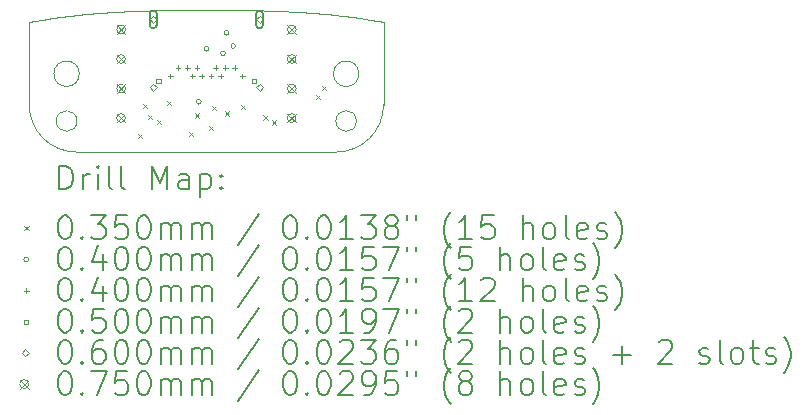
<source format=gbr>
%TF.GenerationSoftware,KiCad,Pcbnew,7.0.6*%
%TF.CreationDate,2023-12-15T10:42:10-08:00*%
%TF.ProjectId,UGC_USBC,5547435f-5553-4424-932e-6b696361645f,rev?*%
%TF.SameCoordinates,Original*%
%TF.FileFunction,Drillmap*%
%TF.FilePolarity,Positive*%
%FSLAX45Y45*%
G04 Gerber Fmt 4.5, Leading zero omitted, Abs format (unit mm)*
G04 Created by KiCad (PCBNEW 7.0.6) date 2023-12-15 10:42:10*
%MOMM*%
%LPD*%
G01*
G04 APERTURE LIST*
%ADD10C,0.100000*%
%ADD11C,0.200000*%
%ADD12C,0.035000*%
%ADD13C,0.040000*%
%ADD14C,0.050000*%
%ADD15C,0.060000*%
%ADD16C,0.075000*%
G04 APERTURE END LIST*
D10*
X21791620Y-15923854D02*
X23991620Y-15923854D01*
X21795834Y-15661240D02*
G75*
G03*
X21795834Y-15661240I-87500J0D01*
G01*
X21391616Y-15523854D02*
G75*
G03*
X21791620Y-15923854I400004J4D01*
G01*
X24182406Y-15261240D02*
G75*
G03*
X24182406Y-15261240I-107500J0D01*
G01*
X22520449Y-14722825D02*
X22532009Y-14722606D01*
X22543575Y-14722396D01*
X22555149Y-14722196D01*
X22566728Y-14722005D01*
X22578312Y-14721823D01*
X22589902Y-14721650D01*
X22601497Y-14721485D01*
X22613096Y-14721330D01*
X22624698Y-14721182D01*
X22636304Y-14721043D01*
X22647913Y-14720912D01*
X22659525Y-14720789D01*
X22671138Y-14720674D01*
X22682754Y-14720566D01*
X22694370Y-14720465D01*
X22705987Y-14720372D01*
X22717605Y-14720285D01*
X22729223Y-14720206D01*
X22740840Y-14720133D01*
X22752456Y-14720067D01*
X22764071Y-14720006D01*
X22775684Y-14719953D01*
X22787295Y-14719905D01*
X22798903Y-14719862D01*
X22810508Y-14719826D01*
X22822109Y-14719795D01*
X22833707Y-14719769D01*
X22845300Y-14719748D01*
X22856888Y-14719732D01*
X22868471Y-14719721D01*
X22880049Y-14719715D01*
X22891620Y-14719712D01*
X21619131Y-14786773D02*
X21635464Y-14784477D01*
X21651754Y-14782237D01*
X21668005Y-14780054D01*
X21684221Y-14777924D01*
X21700406Y-14775849D01*
X21716565Y-14773826D01*
X21732702Y-14771855D01*
X21748822Y-14769935D01*
X21764929Y-14768065D01*
X21781026Y-14766244D01*
X21797120Y-14764470D01*
X21813213Y-14762744D01*
X21829311Y-14761064D01*
X21845417Y-14759429D01*
X21861536Y-14757839D01*
X21877673Y-14756292D01*
X21893832Y-14754787D01*
X21910016Y-14753323D01*
X21926231Y-14751900D01*
X21942481Y-14750517D01*
X21958770Y-14749172D01*
X21975102Y-14747865D01*
X21991482Y-14746594D01*
X22007915Y-14745359D01*
X22024404Y-14744159D01*
X22040954Y-14742993D01*
X22057569Y-14741860D01*
X22074254Y-14740759D01*
X22091014Y-14739688D01*
X22107851Y-14738648D01*
X22124771Y-14737637D01*
X22141778Y-14736654D01*
X24164109Y-14786773D02*
X24147776Y-14784477D01*
X24131486Y-14782237D01*
X24115235Y-14780054D01*
X24099019Y-14777924D01*
X24082834Y-14775849D01*
X24066675Y-14773826D01*
X24050538Y-14771855D01*
X24034418Y-14769935D01*
X24018311Y-14768065D01*
X24002214Y-14766244D01*
X23986120Y-14764470D01*
X23970027Y-14762744D01*
X23953929Y-14761064D01*
X23937823Y-14759429D01*
X23921703Y-14757839D01*
X23905567Y-14756292D01*
X23889408Y-14754787D01*
X23873224Y-14753323D01*
X23857009Y-14751900D01*
X23840759Y-14750517D01*
X23824470Y-14749172D01*
X23808138Y-14747865D01*
X23791758Y-14746594D01*
X23775325Y-14745359D01*
X23758836Y-14744159D01*
X23742286Y-14742993D01*
X23725670Y-14741860D01*
X23708985Y-14740759D01*
X23692226Y-14739688D01*
X23675389Y-14738648D01*
X23658469Y-14737637D01*
X23641462Y-14736654D01*
X21391620Y-14823854D02*
X21405838Y-14821264D01*
X21420045Y-14818711D01*
X21434246Y-14816194D01*
X21448440Y-14813715D01*
X21462631Y-14811272D01*
X21476821Y-14808866D01*
X21491012Y-14806496D01*
X21505206Y-14804162D01*
X21519406Y-14801864D01*
X21533612Y-14799602D01*
X21547829Y-14797376D01*
X21562057Y-14795185D01*
X21576299Y-14793029D01*
X21590557Y-14790909D01*
X21604834Y-14788823D01*
X21619131Y-14786773D01*
X24162406Y-15661240D02*
G75*
G03*
X24162406Y-15661240I-87500J0D01*
G01*
X23991620Y-15923850D02*
G75*
G03*
X24391620Y-15523854I0J400000D01*
G01*
X21815834Y-15261240D02*
G75*
G03*
X21815834Y-15261240I-107500J0D01*
G01*
X21391620Y-14823854D02*
X21391620Y-15523854D01*
X22141778Y-14736654D02*
X22153566Y-14735993D01*
X22165358Y-14735349D01*
X22177154Y-14734721D01*
X22188954Y-14734110D01*
X22200758Y-14733515D01*
X22212565Y-14732936D01*
X22224376Y-14732373D01*
X22236190Y-14731825D01*
X22248008Y-14731293D01*
X22259829Y-14730776D01*
X22271652Y-14730274D01*
X22283479Y-14729787D01*
X22295309Y-14729314D01*
X22307141Y-14728856D01*
X22318976Y-14728412D01*
X22330813Y-14727982D01*
X22342653Y-14727565D01*
X22354494Y-14727162D01*
X22366338Y-14726773D01*
X22378184Y-14726396D01*
X22390032Y-14726033D01*
X22401882Y-14725682D01*
X22413733Y-14725343D01*
X22425586Y-14725017D01*
X22437440Y-14724703D01*
X22449295Y-14724401D01*
X22461152Y-14724110D01*
X22473010Y-14723831D01*
X22484868Y-14723563D01*
X22496728Y-14723307D01*
X22508588Y-14723061D01*
X22520449Y-14722825D01*
X23641462Y-14736654D02*
X23629674Y-14735993D01*
X23617882Y-14735349D01*
X23606085Y-14734721D01*
X23594286Y-14734110D01*
X23582482Y-14733515D01*
X23570675Y-14732936D01*
X23558864Y-14732373D01*
X23547049Y-14731825D01*
X23535232Y-14731293D01*
X23523411Y-14730776D01*
X23511587Y-14730274D01*
X23499761Y-14729787D01*
X23487931Y-14729314D01*
X23476099Y-14728856D01*
X23464264Y-14728412D01*
X23452427Y-14727982D01*
X23440587Y-14727565D01*
X23428745Y-14727162D01*
X23416902Y-14726773D01*
X23405056Y-14726396D01*
X23393208Y-14726033D01*
X23381358Y-14725682D01*
X23369507Y-14725343D01*
X23357654Y-14725017D01*
X23345800Y-14724703D01*
X23333944Y-14724401D01*
X23322088Y-14724110D01*
X23310230Y-14723831D01*
X23298371Y-14723563D01*
X23286512Y-14723307D01*
X23274652Y-14723061D01*
X23262791Y-14722825D01*
X24391620Y-14823854D02*
X24377402Y-14821264D01*
X24363194Y-14818711D01*
X24348994Y-14816194D01*
X24334800Y-14813715D01*
X24320609Y-14811272D01*
X24306419Y-14808866D01*
X24292228Y-14806496D01*
X24278034Y-14804162D01*
X24263834Y-14801864D01*
X24249627Y-14799602D01*
X24235411Y-14797376D01*
X24221183Y-14795185D01*
X24206941Y-14793029D01*
X24192683Y-14790909D01*
X24178406Y-14788823D01*
X24164109Y-14786773D01*
X24391620Y-15523854D02*
X24391620Y-14823854D01*
X23262791Y-14722825D02*
X23251231Y-14722606D01*
X23239664Y-14722396D01*
X23228091Y-14722196D01*
X23216512Y-14722005D01*
X23204927Y-14721823D01*
X23193338Y-14721650D01*
X23181743Y-14721485D01*
X23170144Y-14721330D01*
X23158542Y-14721182D01*
X23146936Y-14721043D01*
X23135327Y-14720912D01*
X23123715Y-14720789D01*
X23112102Y-14720674D01*
X23100486Y-14720566D01*
X23088870Y-14720465D01*
X23077252Y-14720372D01*
X23065635Y-14720285D01*
X23054017Y-14720206D01*
X23042400Y-14720133D01*
X23030784Y-14720067D01*
X23019169Y-14720006D01*
X23007556Y-14719953D01*
X22995945Y-14719905D01*
X22984337Y-14719862D01*
X22972732Y-14719826D01*
X22961131Y-14719795D01*
X22949533Y-14719769D01*
X22937940Y-14719748D01*
X22926352Y-14719732D01*
X22914768Y-14719721D01*
X22903191Y-14719715D01*
X22891620Y-14719712D01*
D11*
D12*
X22315194Y-15768059D02*
X22350194Y-15803059D01*
X22350194Y-15768059D02*
X22315194Y-15803059D01*
X22355325Y-15518186D02*
X22390325Y-15553186D01*
X22390325Y-15518186D02*
X22355325Y-15553186D01*
X22393942Y-15610563D02*
X22428942Y-15645563D01*
X22428942Y-15610563D02*
X22393942Y-15645563D01*
X22469819Y-15652178D02*
X22504819Y-15687178D01*
X22504819Y-15652178D02*
X22469819Y-15687178D01*
X22555806Y-15491976D02*
X22590806Y-15526976D01*
X22590806Y-15491976D02*
X22555806Y-15526976D01*
X22743440Y-15750820D02*
X22778440Y-15785820D01*
X22778440Y-15750820D02*
X22743440Y-15785820D01*
X22794016Y-15597635D02*
X22829016Y-15632635D01*
X22829016Y-15597635D02*
X22794016Y-15632635D01*
X22913207Y-15699387D02*
X22948207Y-15734387D01*
X22948207Y-15699387D02*
X22913207Y-15734387D01*
X22938945Y-15533621D02*
X22973945Y-15568621D01*
X22973945Y-15533621D02*
X22938945Y-15568621D01*
X23048920Y-15580167D02*
X23083920Y-15615167D01*
X23083920Y-15580167D02*
X23048920Y-15615167D01*
X23184783Y-15528157D02*
X23219783Y-15563157D01*
X23219783Y-15528157D02*
X23184783Y-15563157D01*
X23374585Y-15614477D02*
X23409585Y-15649477D01*
X23409585Y-15614477D02*
X23374585Y-15649477D01*
X23444752Y-15655870D02*
X23479752Y-15690870D01*
X23479752Y-15655870D02*
X23444752Y-15690870D01*
X23817860Y-15440940D02*
X23852860Y-15475940D01*
X23852860Y-15440940D02*
X23817860Y-15475940D01*
X23868660Y-15364740D02*
X23903660Y-15399740D01*
X23903660Y-15364740D02*
X23868660Y-15399740D01*
D13*
X22847669Y-15498527D02*
G75*
G03*
X22847669Y-15498527I-20000J0D01*
G01*
X22913020Y-15049500D02*
G75*
G03*
X22913020Y-15049500I-20000J0D01*
G01*
X23052720Y-15087600D02*
G75*
G03*
X23052720Y-15087600I-20000J0D01*
G01*
X23083200Y-14914880D02*
G75*
G03*
X23083200Y-14914880I-20000J0D01*
G01*
X23139080Y-15026640D02*
G75*
G03*
X23139080Y-15026640I-20000J0D01*
G01*
X22586618Y-15261240D02*
X22586618Y-15301240D01*
X22566618Y-15281240D02*
X22606618Y-15281240D01*
X22651618Y-15191240D02*
X22651618Y-15231240D01*
X22631618Y-15211240D02*
X22671618Y-15211240D01*
X22731618Y-15191240D02*
X22731618Y-15231240D01*
X22711618Y-15211240D02*
X22751618Y-15211240D01*
X22771618Y-15261240D02*
X22771618Y-15301240D01*
X22751618Y-15281240D02*
X22791618Y-15281240D01*
X22811618Y-15191240D02*
X22811618Y-15231240D01*
X22791618Y-15211240D02*
X22831618Y-15211240D01*
X22851618Y-15261240D02*
X22851618Y-15301240D01*
X22831618Y-15281240D02*
X22871618Y-15281240D01*
X22931618Y-15261240D02*
X22931618Y-15301240D01*
X22911618Y-15281240D02*
X22951618Y-15281240D01*
X22971618Y-15191240D02*
X22971618Y-15231240D01*
X22951618Y-15211240D02*
X22991618Y-15211240D01*
X23011618Y-15261240D02*
X23011618Y-15301240D01*
X22991618Y-15281240D02*
X23031618Y-15281240D01*
X23051618Y-15191240D02*
X23051618Y-15231240D01*
X23031618Y-15211240D02*
X23071618Y-15211240D01*
X23131618Y-15191240D02*
X23131618Y-15231240D01*
X23111618Y-15211240D02*
X23151618Y-15211240D01*
X23196618Y-15261240D02*
X23196618Y-15301240D01*
X23176618Y-15281240D02*
X23216618Y-15281240D01*
D14*
X22504296Y-15338918D02*
X22504296Y-15303562D01*
X22468940Y-15303562D01*
X22468940Y-15338918D01*
X22504296Y-15338918D01*
X23314296Y-15338918D02*
X23314296Y-15303562D01*
X23278940Y-15303562D01*
X23278940Y-15338918D01*
X23314296Y-15338918D01*
D15*
X22441618Y-14831240D02*
X22471618Y-14801240D01*
X22441618Y-14771240D01*
X22411618Y-14801240D01*
X22441618Y-14831240D01*
D11*
X22471618Y-14846240D02*
X22471618Y-14756240D01*
X22471618Y-14756240D02*
G75*
G03*
X22411618Y-14756240I-30000J0D01*
G01*
X22411618Y-14756240D02*
X22411618Y-14846240D01*
X22411618Y-14846240D02*
G75*
G03*
X22471618Y-14846240I30000J0D01*
G01*
D15*
X22441618Y-15406240D02*
X22471618Y-15376240D01*
X22441618Y-15346240D01*
X22411618Y-15376240D01*
X22441618Y-15406240D01*
X23341618Y-14831240D02*
X23371618Y-14801240D01*
X23341618Y-14771240D01*
X23311618Y-14801240D01*
X23341618Y-14831240D01*
D11*
X23371618Y-14846240D02*
X23371618Y-14756240D01*
X23371618Y-14756240D02*
G75*
G03*
X23311618Y-14756240I-30000J0D01*
G01*
X23311618Y-14756240D02*
X23311618Y-14846240D01*
X23311618Y-14846240D02*
G75*
G03*
X23371618Y-14846240I30000J0D01*
G01*
D15*
X23341618Y-15406240D02*
X23371618Y-15376240D01*
X23341618Y-15346240D01*
X23311618Y-15376240D01*
X23341618Y-15406240D01*
D16*
X22131620Y-14848740D02*
X22206620Y-14923740D01*
X22206620Y-14848740D02*
X22131620Y-14923740D01*
X22206620Y-14886240D02*
G75*
G03*
X22206620Y-14886240I-37500J0D01*
G01*
X22131620Y-15098740D02*
X22206620Y-15173740D01*
X22206620Y-15098740D02*
X22131620Y-15173740D01*
X22206620Y-15136240D02*
G75*
G03*
X22206620Y-15136240I-37500J0D01*
G01*
X22131620Y-15348740D02*
X22206620Y-15423740D01*
X22206620Y-15348740D02*
X22131620Y-15423740D01*
X22206620Y-15386240D02*
G75*
G03*
X22206620Y-15386240I-37500J0D01*
G01*
X22131620Y-15598740D02*
X22206620Y-15673740D01*
X22206620Y-15598740D02*
X22131620Y-15673740D01*
X22206620Y-15636240D02*
G75*
G03*
X22206620Y-15636240I-37500J0D01*
G01*
X23576620Y-14848740D02*
X23651620Y-14923740D01*
X23651620Y-14848740D02*
X23576620Y-14923740D01*
X23651620Y-14886240D02*
G75*
G03*
X23651620Y-14886240I-37500J0D01*
G01*
X23576620Y-15098740D02*
X23651620Y-15173740D01*
X23651620Y-15098740D02*
X23576620Y-15173740D01*
X23651620Y-15136240D02*
G75*
G03*
X23651620Y-15136240I-37500J0D01*
G01*
X23576620Y-15348740D02*
X23651620Y-15423740D01*
X23651620Y-15348740D02*
X23576620Y-15423740D01*
X23651620Y-15386240D02*
G75*
G03*
X23651620Y-15386240I-37500J0D01*
G01*
X23576620Y-15598740D02*
X23651620Y-15673740D01*
X23651620Y-15598740D02*
X23576620Y-15673740D01*
X23651620Y-15636240D02*
G75*
G03*
X23651620Y-15636240I-37500J0D01*
G01*
D11*
X21647397Y-16240338D02*
X21647397Y-16040338D01*
X21647397Y-16040338D02*
X21695016Y-16040338D01*
X21695016Y-16040338D02*
X21723587Y-16049862D01*
X21723587Y-16049862D02*
X21742635Y-16068909D01*
X21742635Y-16068909D02*
X21752159Y-16087957D01*
X21752159Y-16087957D02*
X21761683Y-16126052D01*
X21761683Y-16126052D02*
X21761683Y-16154623D01*
X21761683Y-16154623D02*
X21752159Y-16192719D01*
X21752159Y-16192719D02*
X21742635Y-16211766D01*
X21742635Y-16211766D02*
X21723587Y-16230814D01*
X21723587Y-16230814D02*
X21695016Y-16240338D01*
X21695016Y-16240338D02*
X21647397Y-16240338D01*
X21847397Y-16240338D02*
X21847397Y-16107004D01*
X21847397Y-16145100D02*
X21856921Y-16126052D01*
X21856921Y-16126052D02*
X21866444Y-16116528D01*
X21866444Y-16116528D02*
X21885492Y-16107004D01*
X21885492Y-16107004D02*
X21904540Y-16107004D01*
X21971206Y-16240338D02*
X21971206Y-16107004D01*
X21971206Y-16040338D02*
X21961683Y-16049862D01*
X21961683Y-16049862D02*
X21971206Y-16059385D01*
X21971206Y-16059385D02*
X21980730Y-16049862D01*
X21980730Y-16049862D02*
X21971206Y-16040338D01*
X21971206Y-16040338D02*
X21971206Y-16059385D01*
X22095016Y-16240338D02*
X22075968Y-16230814D01*
X22075968Y-16230814D02*
X22066444Y-16211766D01*
X22066444Y-16211766D02*
X22066444Y-16040338D01*
X22199778Y-16240338D02*
X22180730Y-16230814D01*
X22180730Y-16230814D02*
X22171206Y-16211766D01*
X22171206Y-16211766D02*
X22171206Y-16040338D01*
X22428349Y-16240338D02*
X22428349Y-16040338D01*
X22428349Y-16040338D02*
X22495016Y-16183195D01*
X22495016Y-16183195D02*
X22561682Y-16040338D01*
X22561682Y-16040338D02*
X22561682Y-16240338D01*
X22742635Y-16240338D02*
X22742635Y-16135576D01*
X22742635Y-16135576D02*
X22733111Y-16116528D01*
X22733111Y-16116528D02*
X22714063Y-16107004D01*
X22714063Y-16107004D02*
X22675968Y-16107004D01*
X22675968Y-16107004D02*
X22656921Y-16116528D01*
X22742635Y-16230814D02*
X22723587Y-16240338D01*
X22723587Y-16240338D02*
X22675968Y-16240338D01*
X22675968Y-16240338D02*
X22656921Y-16230814D01*
X22656921Y-16230814D02*
X22647397Y-16211766D01*
X22647397Y-16211766D02*
X22647397Y-16192719D01*
X22647397Y-16192719D02*
X22656921Y-16173671D01*
X22656921Y-16173671D02*
X22675968Y-16164147D01*
X22675968Y-16164147D02*
X22723587Y-16164147D01*
X22723587Y-16164147D02*
X22742635Y-16154623D01*
X22837873Y-16107004D02*
X22837873Y-16307004D01*
X22837873Y-16116528D02*
X22856921Y-16107004D01*
X22856921Y-16107004D02*
X22895016Y-16107004D01*
X22895016Y-16107004D02*
X22914063Y-16116528D01*
X22914063Y-16116528D02*
X22923587Y-16126052D01*
X22923587Y-16126052D02*
X22933111Y-16145100D01*
X22933111Y-16145100D02*
X22933111Y-16202242D01*
X22933111Y-16202242D02*
X22923587Y-16221290D01*
X22923587Y-16221290D02*
X22914063Y-16230814D01*
X22914063Y-16230814D02*
X22895016Y-16240338D01*
X22895016Y-16240338D02*
X22856921Y-16240338D01*
X22856921Y-16240338D02*
X22837873Y-16230814D01*
X23018825Y-16221290D02*
X23028349Y-16230814D01*
X23028349Y-16230814D02*
X23018825Y-16240338D01*
X23018825Y-16240338D02*
X23009302Y-16230814D01*
X23009302Y-16230814D02*
X23018825Y-16221290D01*
X23018825Y-16221290D02*
X23018825Y-16240338D01*
X23018825Y-16116528D02*
X23028349Y-16126052D01*
X23028349Y-16126052D02*
X23018825Y-16135576D01*
X23018825Y-16135576D02*
X23009302Y-16126052D01*
X23009302Y-16126052D02*
X23018825Y-16116528D01*
X23018825Y-16116528D02*
X23018825Y-16135576D01*
D12*
X21351620Y-16551354D02*
X21386620Y-16586354D01*
X21386620Y-16551354D02*
X21351620Y-16586354D01*
D11*
X21685492Y-16460338D02*
X21704540Y-16460338D01*
X21704540Y-16460338D02*
X21723587Y-16469862D01*
X21723587Y-16469862D02*
X21733111Y-16479385D01*
X21733111Y-16479385D02*
X21742635Y-16498433D01*
X21742635Y-16498433D02*
X21752159Y-16536528D01*
X21752159Y-16536528D02*
X21752159Y-16584147D01*
X21752159Y-16584147D02*
X21742635Y-16622242D01*
X21742635Y-16622242D02*
X21733111Y-16641290D01*
X21733111Y-16641290D02*
X21723587Y-16650814D01*
X21723587Y-16650814D02*
X21704540Y-16660338D01*
X21704540Y-16660338D02*
X21685492Y-16660338D01*
X21685492Y-16660338D02*
X21666444Y-16650814D01*
X21666444Y-16650814D02*
X21656921Y-16641290D01*
X21656921Y-16641290D02*
X21647397Y-16622242D01*
X21647397Y-16622242D02*
X21637873Y-16584147D01*
X21637873Y-16584147D02*
X21637873Y-16536528D01*
X21637873Y-16536528D02*
X21647397Y-16498433D01*
X21647397Y-16498433D02*
X21656921Y-16479385D01*
X21656921Y-16479385D02*
X21666444Y-16469862D01*
X21666444Y-16469862D02*
X21685492Y-16460338D01*
X21837873Y-16641290D02*
X21847397Y-16650814D01*
X21847397Y-16650814D02*
X21837873Y-16660338D01*
X21837873Y-16660338D02*
X21828349Y-16650814D01*
X21828349Y-16650814D02*
X21837873Y-16641290D01*
X21837873Y-16641290D02*
X21837873Y-16660338D01*
X21914064Y-16460338D02*
X22037873Y-16460338D01*
X22037873Y-16460338D02*
X21971206Y-16536528D01*
X21971206Y-16536528D02*
X21999778Y-16536528D01*
X21999778Y-16536528D02*
X22018825Y-16546052D01*
X22018825Y-16546052D02*
X22028349Y-16555576D01*
X22028349Y-16555576D02*
X22037873Y-16574623D01*
X22037873Y-16574623D02*
X22037873Y-16622242D01*
X22037873Y-16622242D02*
X22028349Y-16641290D01*
X22028349Y-16641290D02*
X22018825Y-16650814D01*
X22018825Y-16650814D02*
X21999778Y-16660338D01*
X21999778Y-16660338D02*
X21942635Y-16660338D01*
X21942635Y-16660338D02*
X21923587Y-16650814D01*
X21923587Y-16650814D02*
X21914064Y-16641290D01*
X22218825Y-16460338D02*
X22123587Y-16460338D01*
X22123587Y-16460338D02*
X22114064Y-16555576D01*
X22114064Y-16555576D02*
X22123587Y-16546052D01*
X22123587Y-16546052D02*
X22142635Y-16536528D01*
X22142635Y-16536528D02*
X22190254Y-16536528D01*
X22190254Y-16536528D02*
X22209302Y-16546052D01*
X22209302Y-16546052D02*
X22218825Y-16555576D01*
X22218825Y-16555576D02*
X22228349Y-16574623D01*
X22228349Y-16574623D02*
X22228349Y-16622242D01*
X22228349Y-16622242D02*
X22218825Y-16641290D01*
X22218825Y-16641290D02*
X22209302Y-16650814D01*
X22209302Y-16650814D02*
X22190254Y-16660338D01*
X22190254Y-16660338D02*
X22142635Y-16660338D01*
X22142635Y-16660338D02*
X22123587Y-16650814D01*
X22123587Y-16650814D02*
X22114064Y-16641290D01*
X22352159Y-16460338D02*
X22371206Y-16460338D01*
X22371206Y-16460338D02*
X22390254Y-16469862D01*
X22390254Y-16469862D02*
X22399778Y-16479385D01*
X22399778Y-16479385D02*
X22409302Y-16498433D01*
X22409302Y-16498433D02*
X22418825Y-16536528D01*
X22418825Y-16536528D02*
X22418825Y-16584147D01*
X22418825Y-16584147D02*
X22409302Y-16622242D01*
X22409302Y-16622242D02*
X22399778Y-16641290D01*
X22399778Y-16641290D02*
X22390254Y-16650814D01*
X22390254Y-16650814D02*
X22371206Y-16660338D01*
X22371206Y-16660338D02*
X22352159Y-16660338D01*
X22352159Y-16660338D02*
X22333111Y-16650814D01*
X22333111Y-16650814D02*
X22323587Y-16641290D01*
X22323587Y-16641290D02*
X22314064Y-16622242D01*
X22314064Y-16622242D02*
X22304540Y-16584147D01*
X22304540Y-16584147D02*
X22304540Y-16536528D01*
X22304540Y-16536528D02*
X22314064Y-16498433D01*
X22314064Y-16498433D02*
X22323587Y-16479385D01*
X22323587Y-16479385D02*
X22333111Y-16469862D01*
X22333111Y-16469862D02*
X22352159Y-16460338D01*
X22504540Y-16660338D02*
X22504540Y-16527004D01*
X22504540Y-16546052D02*
X22514063Y-16536528D01*
X22514063Y-16536528D02*
X22533111Y-16527004D01*
X22533111Y-16527004D02*
X22561683Y-16527004D01*
X22561683Y-16527004D02*
X22580730Y-16536528D01*
X22580730Y-16536528D02*
X22590254Y-16555576D01*
X22590254Y-16555576D02*
X22590254Y-16660338D01*
X22590254Y-16555576D02*
X22599778Y-16536528D01*
X22599778Y-16536528D02*
X22618825Y-16527004D01*
X22618825Y-16527004D02*
X22647397Y-16527004D01*
X22647397Y-16527004D02*
X22666444Y-16536528D01*
X22666444Y-16536528D02*
X22675968Y-16555576D01*
X22675968Y-16555576D02*
X22675968Y-16660338D01*
X22771206Y-16660338D02*
X22771206Y-16527004D01*
X22771206Y-16546052D02*
X22780730Y-16536528D01*
X22780730Y-16536528D02*
X22799778Y-16527004D01*
X22799778Y-16527004D02*
X22828349Y-16527004D01*
X22828349Y-16527004D02*
X22847397Y-16536528D01*
X22847397Y-16536528D02*
X22856921Y-16555576D01*
X22856921Y-16555576D02*
X22856921Y-16660338D01*
X22856921Y-16555576D02*
X22866444Y-16536528D01*
X22866444Y-16536528D02*
X22885492Y-16527004D01*
X22885492Y-16527004D02*
X22914063Y-16527004D01*
X22914063Y-16527004D02*
X22933111Y-16536528D01*
X22933111Y-16536528D02*
X22942635Y-16555576D01*
X22942635Y-16555576D02*
X22942635Y-16660338D01*
X23333111Y-16450814D02*
X23161683Y-16707957D01*
X23590254Y-16460338D02*
X23609302Y-16460338D01*
X23609302Y-16460338D02*
X23628349Y-16469862D01*
X23628349Y-16469862D02*
X23637873Y-16479385D01*
X23637873Y-16479385D02*
X23647397Y-16498433D01*
X23647397Y-16498433D02*
X23656921Y-16536528D01*
X23656921Y-16536528D02*
X23656921Y-16584147D01*
X23656921Y-16584147D02*
X23647397Y-16622242D01*
X23647397Y-16622242D02*
X23637873Y-16641290D01*
X23637873Y-16641290D02*
X23628349Y-16650814D01*
X23628349Y-16650814D02*
X23609302Y-16660338D01*
X23609302Y-16660338D02*
X23590254Y-16660338D01*
X23590254Y-16660338D02*
X23571206Y-16650814D01*
X23571206Y-16650814D02*
X23561683Y-16641290D01*
X23561683Y-16641290D02*
X23552159Y-16622242D01*
X23552159Y-16622242D02*
X23542635Y-16584147D01*
X23542635Y-16584147D02*
X23542635Y-16536528D01*
X23542635Y-16536528D02*
X23552159Y-16498433D01*
X23552159Y-16498433D02*
X23561683Y-16479385D01*
X23561683Y-16479385D02*
X23571206Y-16469862D01*
X23571206Y-16469862D02*
X23590254Y-16460338D01*
X23742635Y-16641290D02*
X23752159Y-16650814D01*
X23752159Y-16650814D02*
X23742635Y-16660338D01*
X23742635Y-16660338D02*
X23733111Y-16650814D01*
X23733111Y-16650814D02*
X23742635Y-16641290D01*
X23742635Y-16641290D02*
X23742635Y-16660338D01*
X23875968Y-16460338D02*
X23895016Y-16460338D01*
X23895016Y-16460338D02*
X23914064Y-16469862D01*
X23914064Y-16469862D02*
X23923587Y-16479385D01*
X23923587Y-16479385D02*
X23933111Y-16498433D01*
X23933111Y-16498433D02*
X23942635Y-16536528D01*
X23942635Y-16536528D02*
X23942635Y-16584147D01*
X23942635Y-16584147D02*
X23933111Y-16622242D01*
X23933111Y-16622242D02*
X23923587Y-16641290D01*
X23923587Y-16641290D02*
X23914064Y-16650814D01*
X23914064Y-16650814D02*
X23895016Y-16660338D01*
X23895016Y-16660338D02*
X23875968Y-16660338D01*
X23875968Y-16660338D02*
X23856921Y-16650814D01*
X23856921Y-16650814D02*
X23847397Y-16641290D01*
X23847397Y-16641290D02*
X23837873Y-16622242D01*
X23837873Y-16622242D02*
X23828349Y-16584147D01*
X23828349Y-16584147D02*
X23828349Y-16536528D01*
X23828349Y-16536528D02*
X23837873Y-16498433D01*
X23837873Y-16498433D02*
X23847397Y-16479385D01*
X23847397Y-16479385D02*
X23856921Y-16469862D01*
X23856921Y-16469862D02*
X23875968Y-16460338D01*
X24133111Y-16660338D02*
X24018826Y-16660338D01*
X24075968Y-16660338D02*
X24075968Y-16460338D01*
X24075968Y-16460338D02*
X24056921Y-16488909D01*
X24056921Y-16488909D02*
X24037873Y-16507957D01*
X24037873Y-16507957D02*
X24018826Y-16517481D01*
X24199778Y-16460338D02*
X24323587Y-16460338D01*
X24323587Y-16460338D02*
X24256921Y-16536528D01*
X24256921Y-16536528D02*
X24285492Y-16536528D01*
X24285492Y-16536528D02*
X24304540Y-16546052D01*
X24304540Y-16546052D02*
X24314064Y-16555576D01*
X24314064Y-16555576D02*
X24323587Y-16574623D01*
X24323587Y-16574623D02*
X24323587Y-16622242D01*
X24323587Y-16622242D02*
X24314064Y-16641290D01*
X24314064Y-16641290D02*
X24304540Y-16650814D01*
X24304540Y-16650814D02*
X24285492Y-16660338D01*
X24285492Y-16660338D02*
X24228349Y-16660338D01*
X24228349Y-16660338D02*
X24209302Y-16650814D01*
X24209302Y-16650814D02*
X24199778Y-16641290D01*
X24437873Y-16546052D02*
X24418826Y-16536528D01*
X24418826Y-16536528D02*
X24409302Y-16527004D01*
X24409302Y-16527004D02*
X24399778Y-16507957D01*
X24399778Y-16507957D02*
X24399778Y-16498433D01*
X24399778Y-16498433D02*
X24409302Y-16479385D01*
X24409302Y-16479385D02*
X24418826Y-16469862D01*
X24418826Y-16469862D02*
X24437873Y-16460338D01*
X24437873Y-16460338D02*
X24475968Y-16460338D01*
X24475968Y-16460338D02*
X24495016Y-16469862D01*
X24495016Y-16469862D02*
X24504540Y-16479385D01*
X24504540Y-16479385D02*
X24514064Y-16498433D01*
X24514064Y-16498433D02*
X24514064Y-16507957D01*
X24514064Y-16507957D02*
X24504540Y-16527004D01*
X24504540Y-16527004D02*
X24495016Y-16536528D01*
X24495016Y-16536528D02*
X24475968Y-16546052D01*
X24475968Y-16546052D02*
X24437873Y-16546052D01*
X24437873Y-16546052D02*
X24418826Y-16555576D01*
X24418826Y-16555576D02*
X24409302Y-16565100D01*
X24409302Y-16565100D02*
X24399778Y-16584147D01*
X24399778Y-16584147D02*
X24399778Y-16622242D01*
X24399778Y-16622242D02*
X24409302Y-16641290D01*
X24409302Y-16641290D02*
X24418826Y-16650814D01*
X24418826Y-16650814D02*
X24437873Y-16660338D01*
X24437873Y-16660338D02*
X24475968Y-16660338D01*
X24475968Y-16660338D02*
X24495016Y-16650814D01*
X24495016Y-16650814D02*
X24504540Y-16641290D01*
X24504540Y-16641290D02*
X24514064Y-16622242D01*
X24514064Y-16622242D02*
X24514064Y-16584147D01*
X24514064Y-16584147D02*
X24504540Y-16565100D01*
X24504540Y-16565100D02*
X24495016Y-16555576D01*
X24495016Y-16555576D02*
X24475968Y-16546052D01*
X24590254Y-16460338D02*
X24590254Y-16498433D01*
X24666445Y-16460338D02*
X24666445Y-16498433D01*
X24961683Y-16736528D02*
X24952159Y-16727004D01*
X24952159Y-16727004D02*
X24933111Y-16698433D01*
X24933111Y-16698433D02*
X24923588Y-16679385D01*
X24923588Y-16679385D02*
X24914064Y-16650814D01*
X24914064Y-16650814D02*
X24904540Y-16603195D01*
X24904540Y-16603195D02*
X24904540Y-16565100D01*
X24904540Y-16565100D02*
X24914064Y-16517481D01*
X24914064Y-16517481D02*
X24923588Y-16488909D01*
X24923588Y-16488909D02*
X24933111Y-16469862D01*
X24933111Y-16469862D02*
X24952159Y-16441290D01*
X24952159Y-16441290D02*
X24961683Y-16431766D01*
X25142635Y-16660338D02*
X25028349Y-16660338D01*
X25085492Y-16660338D02*
X25085492Y-16460338D01*
X25085492Y-16460338D02*
X25066445Y-16488909D01*
X25066445Y-16488909D02*
X25047397Y-16507957D01*
X25047397Y-16507957D02*
X25028349Y-16517481D01*
X25323588Y-16460338D02*
X25228349Y-16460338D01*
X25228349Y-16460338D02*
X25218826Y-16555576D01*
X25218826Y-16555576D02*
X25228349Y-16546052D01*
X25228349Y-16546052D02*
X25247397Y-16536528D01*
X25247397Y-16536528D02*
X25295016Y-16536528D01*
X25295016Y-16536528D02*
X25314064Y-16546052D01*
X25314064Y-16546052D02*
X25323588Y-16555576D01*
X25323588Y-16555576D02*
X25333111Y-16574623D01*
X25333111Y-16574623D02*
X25333111Y-16622242D01*
X25333111Y-16622242D02*
X25323588Y-16641290D01*
X25323588Y-16641290D02*
X25314064Y-16650814D01*
X25314064Y-16650814D02*
X25295016Y-16660338D01*
X25295016Y-16660338D02*
X25247397Y-16660338D01*
X25247397Y-16660338D02*
X25228349Y-16650814D01*
X25228349Y-16650814D02*
X25218826Y-16641290D01*
X25571207Y-16660338D02*
X25571207Y-16460338D01*
X25656921Y-16660338D02*
X25656921Y-16555576D01*
X25656921Y-16555576D02*
X25647397Y-16536528D01*
X25647397Y-16536528D02*
X25628350Y-16527004D01*
X25628350Y-16527004D02*
X25599778Y-16527004D01*
X25599778Y-16527004D02*
X25580730Y-16536528D01*
X25580730Y-16536528D02*
X25571207Y-16546052D01*
X25780730Y-16660338D02*
X25761683Y-16650814D01*
X25761683Y-16650814D02*
X25752159Y-16641290D01*
X25752159Y-16641290D02*
X25742635Y-16622242D01*
X25742635Y-16622242D02*
X25742635Y-16565100D01*
X25742635Y-16565100D02*
X25752159Y-16546052D01*
X25752159Y-16546052D02*
X25761683Y-16536528D01*
X25761683Y-16536528D02*
X25780730Y-16527004D01*
X25780730Y-16527004D02*
X25809302Y-16527004D01*
X25809302Y-16527004D02*
X25828350Y-16536528D01*
X25828350Y-16536528D02*
X25837873Y-16546052D01*
X25837873Y-16546052D02*
X25847397Y-16565100D01*
X25847397Y-16565100D02*
X25847397Y-16622242D01*
X25847397Y-16622242D02*
X25837873Y-16641290D01*
X25837873Y-16641290D02*
X25828350Y-16650814D01*
X25828350Y-16650814D02*
X25809302Y-16660338D01*
X25809302Y-16660338D02*
X25780730Y-16660338D01*
X25961683Y-16660338D02*
X25942635Y-16650814D01*
X25942635Y-16650814D02*
X25933111Y-16631766D01*
X25933111Y-16631766D02*
X25933111Y-16460338D01*
X26114064Y-16650814D02*
X26095016Y-16660338D01*
X26095016Y-16660338D02*
X26056921Y-16660338D01*
X26056921Y-16660338D02*
X26037873Y-16650814D01*
X26037873Y-16650814D02*
X26028350Y-16631766D01*
X26028350Y-16631766D02*
X26028350Y-16555576D01*
X26028350Y-16555576D02*
X26037873Y-16536528D01*
X26037873Y-16536528D02*
X26056921Y-16527004D01*
X26056921Y-16527004D02*
X26095016Y-16527004D01*
X26095016Y-16527004D02*
X26114064Y-16536528D01*
X26114064Y-16536528D02*
X26123588Y-16555576D01*
X26123588Y-16555576D02*
X26123588Y-16574623D01*
X26123588Y-16574623D02*
X26028350Y-16593671D01*
X26199778Y-16650814D02*
X26218826Y-16660338D01*
X26218826Y-16660338D02*
X26256921Y-16660338D01*
X26256921Y-16660338D02*
X26275969Y-16650814D01*
X26275969Y-16650814D02*
X26285492Y-16631766D01*
X26285492Y-16631766D02*
X26285492Y-16622242D01*
X26285492Y-16622242D02*
X26275969Y-16603195D01*
X26275969Y-16603195D02*
X26256921Y-16593671D01*
X26256921Y-16593671D02*
X26228350Y-16593671D01*
X26228350Y-16593671D02*
X26209302Y-16584147D01*
X26209302Y-16584147D02*
X26199778Y-16565100D01*
X26199778Y-16565100D02*
X26199778Y-16555576D01*
X26199778Y-16555576D02*
X26209302Y-16536528D01*
X26209302Y-16536528D02*
X26228350Y-16527004D01*
X26228350Y-16527004D02*
X26256921Y-16527004D01*
X26256921Y-16527004D02*
X26275969Y-16536528D01*
X26352159Y-16736528D02*
X26361683Y-16727004D01*
X26361683Y-16727004D02*
X26380731Y-16698433D01*
X26380731Y-16698433D02*
X26390254Y-16679385D01*
X26390254Y-16679385D02*
X26399778Y-16650814D01*
X26399778Y-16650814D02*
X26409302Y-16603195D01*
X26409302Y-16603195D02*
X26409302Y-16565100D01*
X26409302Y-16565100D02*
X26399778Y-16517481D01*
X26399778Y-16517481D02*
X26390254Y-16488909D01*
X26390254Y-16488909D02*
X26380731Y-16469862D01*
X26380731Y-16469862D02*
X26361683Y-16441290D01*
X26361683Y-16441290D02*
X26352159Y-16431766D01*
D13*
X21386620Y-16832854D02*
G75*
G03*
X21386620Y-16832854I-20000J0D01*
G01*
D11*
X21685492Y-16724338D02*
X21704540Y-16724338D01*
X21704540Y-16724338D02*
X21723587Y-16733862D01*
X21723587Y-16733862D02*
X21733111Y-16743385D01*
X21733111Y-16743385D02*
X21742635Y-16762433D01*
X21742635Y-16762433D02*
X21752159Y-16800528D01*
X21752159Y-16800528D02*
X21752159Y-16848147D01*
X21752159Y-16848147D02*
X21742635Y-16886243D01*
X21742635Y-16886243D02*
X21733111Y-16905290D01*
X21733111Y-16905290D02*
X21723587Y-16914814D01*
X21723587Y-16914814D02*
X21704540Y-16924338D01*
X21704540Y-16924338D02*
X21685492Y-16924338D01*
X21685492Y-16924338D02*
X21666444Y-16914814D01*
X21666444Y-16914814D02*
X21656921Y-16905290D01*
X21656921Y-16905290D02*
X21647397Y-16886243D01*
X21647397Y-16886243D02*
X21637873Y-16848147D01*
X21637873Y-16848147D02*
X21637873Y-16800528D01*
X21637873Y-16800528D02*
X21647397Y-16762433D01*
X21647397Y-16762433D02*
X21656921Y-16743385D01*
X21656921Y-16743385D02*
X21666444Y-16733862D01*
X21666444Y-16733862D02*
X21685492Y-16724338D01*
X21837873Y-16905290D02*
X21847397Y-16914814D01*
X21847397Y-16914814D02*
X21837873Y-16924338D01*
X21837873Y-16924338D02*
X21828349Y-16914814D01*
X21828349Y-16914814D02*
X21837873Y-16905290D01*
X21837873Y-16905290D02*
X21837873Y-16924338D01*
X22018825Y-16791004D02*
X22018825Y-16924338D01*
X21971206Y-16714814D02*
X21923587Y-16857671D01*
X21923587Y-16857671D02*
X22047397Y-16857671D01*
X22161683Y-16724338D02*
X22180730Y-16724338D01*
X22180730Y-16724338D02*
X22199778Y-16733862D01*
X22199778Y-16733862D02*
X22209302Y-16743385D01*
X22209302Y-16743385D02*
X22218825Y-16762433D01*
X22218825Y-16762433D02*
X22228349Y-16800528D01*
X22228349Y-16800528D02*
X22228349Y-16848147D01*
X22228349Y-16848147D02*
X22218825Y-16886243D01*
X22218825Y-16886243D02*
X22209302Y-16905290D01*
X22209302Y-16905290D02*
X22199778Y-16914814D01*
X22199778Y-16914814D02*
X22180730Y-16924338D01*
X22180730Y-16924338D02*
X22161683Y-16924338D01*
X22161683Y-16924338D02*
X22142635Y-16914814D01*
X22142635Y-16914814D02*
X22133111Y-16905290D01*
X22133111Y-16905290D02*
X22123587Y-16886243D01*
X22123587Y-16886243D02*
X22114064Y-16848147D01*
X22114064Y-16848147D02*
X22114064Y-16800528D01*
X22114064Y-16800528D02*
X22123587Y-16762433D01*
X22123587Y-16762433D02*
X22133111Y-16743385D01*
X22133111Y-16743385D02*
X22142635Y-16733862D01*
X22142635Y-16733862D02*
X22161683Y-16724338D01*
X22352159Y-16724338D02*
X22371206Y-16724338D01*
X22371206Y-16724338D02*
X22390254Y-16733862D01*
X22390254Y-16733862D02*
X22399778Y-16743385D01*
X22399778Y-16743385D02*
X22409302Y-16762433D01*
X22409302Y-16762433D02*
X22418825Y-16800528D01*
X22418825Y-16800528D02*
X22418825Y-16848147D01*
X22418825Y-16848147D02*
X22409302Y-16886243D01*
X22409302Y-16886243D02*
X22399778Y-16905290D01*
X22399778Y-16905290D02*
X22390254Y-16914814D01*
X22390254Y-16914814D02*
X22371206Y-16924338D01*
X22371206Y-16924338D02*
X22352159Y-16924338D01*
X22352159Y-16924338D02*
X22333111Y-16914814D01*
X22333111Y-16914814D02*
X22323587Y-16905290D01*
X22323587Y-16905290D02*
X22314064Y-16886243D01*
X22314064Y-16886243D02*
X22304540Y-16848147D01*
X22304540Y-16848147D02*
X22304540Y-16800528D01*
X22304540Y-16800528D02*
X22314064Y-16762433D01*
X22314064Y-16762433D02*
X22323587Y-16743385D01*
X22323587Y-16743385D02*
X22333111Y-16733862D01*
X22333111Y-16733862D02*
X22352159Y-16724338D01*
X22504540Y-16924338D02*
X22504540Y-16791004D01*
X22504540Y-16810052D02*
X22514063Y-16800528D01*
X22514063Y-16800528D02*
X22533111Y-16791004D01*
X22533111Y-16791004D02*
X22561683Y-16791004D01*
X22561683Y-16791004D02*
X22580730Y-16800528D01*
X22580730Y-16800528D02*
X22590254Y-16819576D01*
X22590254Y-16819576D02*
X22590254Y-16924338D01*
X22590254Y-16819576D02*
X22599778Y-16800528D01*
X22599778Y-16800528D02*
X22618825Y-16791004D01*
X22618825Y-16791004D02*
X22647397Y-16791004D01*
X22647397Y-16791004D02*
X22666444Y-16800528D01*
X22666444Y-16800528D02*
X22675968Y-16819576D01*
X22675968Y-16819576D02*
X22675968Y-16924338D01*
X22771206Y-16924338D02*
X22771206Y-16791004D01*
X22771206Y-16810052D02*
X22780730Y-16800528D01*
X22780730Y-16800528D02*
X22799778Y-16791004D01*
X22799778Y-16791004D02*
X22828349Y-16791004D01*
X22828349Y-16791004D02*
X22847397Y-16800528D01*
X22847397Y-16800528D02*
X22856921Y-16819576D01*
X22856921Y-16819576D02*
X22856921Y-16924338D01*
X22856921Y-16819576D02*
X22866444Y-16800528D01*
X22866444Y-16800528D02*
X22885492Y-16791004D01*
X22885492Y-16791004D02*
X22914063Y-16791004D01*
X22914063Y-16791004D02*
X22933111Y-16800528D01*
X22933111Y-16800528D02*
X22942635Y-16819576D01*
X22942635Y-16819576D02*
X22942635Y-16924338D01*
X23333111Y-16714814D02*
X23161683Y-16971957D01*
X23590254Y-16724338D02*
X23609302Y-16724338D01*
X23609302Y-16724338D02*
X23628349Y-16733862D01*
X23628349Y-16733862D02*
X23637873Y-16743385D01*
X23637873Y-16743385D02*
X23647397Y-16762433D01*
X23647397Y-16762433D02*
X23656921Y-16800528D01*
X23656921Y-16800528D02*
X23656921Y-16848147D01*
X23656921Y-16848147D02*
X23647397Y-16886243D01*
X23647397Y-16886243D02*
X23637873Y-16905290D01*
X23637873Y-16905290D02*
X23628349Y-16914814D01*
X23628349Y-16914814D02*
X23609302Y-16924338D01*
X23609302Y-16924338D02*
X23590254Y-16924338D01*
X23590254Y-16924338D02*
X23571206Y-16914814D01*
X23571206Y-16914814D02*
X23561683Y-16905290D01*
X23561683Y-16905290D02*
X23552159Y-16886243D01*
X23552159Y-16886243D02*
X23542635Y-16848147D01*
X23542635Y-16848147D02*
X23542635Y-16800528D01*
X23542635Y-16800528D02*
X23552159Y-16762433D01*
X23552159Y-16762433D02*
X23561683Y-16743385D01*
X23561683Y-16743385D02*
X23571206Y-16733862D01*
X23571206Y-16733862D02*
X23590254Y-16724338D01*
X23742635Y-16905290D02*
X23752159Y-16914814D01*
X23752159Y-16914814D02*
X23742635Y-16924338D01*
X23742635Y-16924338D02*
X23733111Y-16914814D01*
X23733111Y-16914814D02*
X23742635Y-16905290D01*
X23742635Y-16905290D02*
X23742635Y-16924338D01*
X23875968Y-16724338D02*
X23895016Y-16724338D01*
X23895016Y-16724338D02*
X23914064Y-16733862D01*
X23914064Y-16733862D02*
X23923587Y-16743385D01*
X23923587Y-16743385D02*
X23933111Y-16762433D01*
X23933111Y-16762433D02*
X23942635Y-16800528D01*
X23942635Y-16800528D02*
X23942635Y-16848147D01*
X23942635Y-16848147D02*
X23933111Y-16886243D01*
X23933111Y-16886243D02*
X23923587Y-16905290D01*
X23923587Y-16905290D02*
X23914064Y-16914814D01*
X23914064Y-16914814D02*
X23895016Y-16924338D01*
X23895016Y-16924338D02*
X23875968Y-16924338D01*
X23875968Y-16924338D02*
X23856921Y-16914814D01*
X23856921Y-16914814D02*
X23847397Y-16905290D01*
X23847397Y-16905290D02*
X23837873Y-16886243D01*
X23837873Y-16886243D02*
X23828349Y-16848147D01*
X23828349Y-16848147D02*
X23828349Y-16800528D01*
X23828349Y-16800528D02*
X23837873Y-16762433D01*
X23837873Y-16762433D02*
X23847397Y-16743385D01*
X23847397Y-16743385D02*
X23856921Y-16733862D01*
X23856921Y-16733862D02*
X23875968Y-16724338D01*
X24133111Y-16924338D02*
X24018826Y-16924338D01*
X24075968Y-16924338D02*
X24075968Y-16724338D01*
X24075968Y-16724338D02*
X24056921Y-16752909D01*
X24056921Y-16752909D02*
X24037873Y-16771957D01*
X24037873Y-16771957D02*
X24018826Y-16781481D01*
X24314064Y-16724338D02*
X24218826Y-16724338D01*
X24218826Y-16724338D02*
X24209302Y-16819576D01*
X24209302Y-16819576D02*
X24218826Y-16810052D01*
X24218826Y-16810052D02*
X24237873Y-16800528D01*
X24237873Y-16800528D02*
X24285492Y-16800528D01*
X24285492Y-16800528D02*
X24304540Y-16810052D01*
X24304540Y-16810052D02*
X24314064Y-16819576D01*
X24314064Y-16819576D02*
X24323587Y-16838624D01*
X24323587Y-16838624D02*
X24323587Y-16886243D01*
X24323587Y-16886243D02*
X24314064Y-16905290D01*
X24314064Y-16905290D02*
X24304540Y-16914814D01*
X24304540Y-16914814D02*
X24285492Y-16924338D01*
X24285492Y-16924338D02*
X24237873Y-16924338D01*
X24237873Y-16924338D02*
X24218826Y-16914814D01*
X24218826Y-16914814D02*
X24209302Y-16905290D01*
X24390254Y-16724338D02*
X24523587Y-16724338D01*
X24523587Y-16724338D02*
X24437873Y-16924338D01*
X24590254Y-16724338D02*
X24590254Y-16762433D01*
X24666445Y-16724338D02*
X24666445Y-16762433D01*
X24961683Y-17000528D02*
X24952159Y-16991004D01*
X24952159Y-16991004D02*
X24933111Y-16962433D01*
X24933111Y-16962433D02*
X24923588Y-16943385D01*
X24923588Y-16943385D02*
X24914064Y-16914814D01*
X24914064Y-16914814D02*
X24904540Y-16867195D01*
X24904540Y-16867195D02*
X24904540Y-16829100D01*
X24904540Y-16829100D02*
X24914064Y-16781481D01*
X24914064Y-16781481D02*
X24923588Y-16752909D01*
X24923588Y-16752909D02*
X24933111Y-16733862D01*
X24933111Y-16733862D02*
X24952159Y-16705290D01*
X24952159Y-16705290D02*
X24961683Y-16695766D01*
X25133111Y-16724338D02*
X25037873Y-16724338D01*
X25037873Y-16724338D02*
X25028349Y-16819576D01*
X25028349Y-16819576D02*
X25037873Y-16810052D01*
X25037873Y-16810052D02*
X25056921Y-16800528D01*
X25056921Y-16800528D02*
X25104540Y-16800528D01*
X25104540Y-16800528D02*
X25123588Y-16810052D01*
X25123588Y-16810052D02*
X25133111Y-16819576D01*
X25133111Y-16819576D02*
X25142635Y-16838624D01*
X25142635Y-16838624D02*
X25142635Y-16886243D01*
X25142635Y-16886243D02*
X25133111Y-16905290D01*
X25133111Y-16905290D02*
X25123588Y-16914814D01*
X25123588Y-16914814D02*
X25104540Y-16924338D01*
X25104540Y-16924338D02*
X25056921Y-16924338D01*
X25056921Y-16924338D02*
X25037873Y-16914814D01*
X25037873Y-16914814D02*
X25028349Y-16905290D01*
X25380730Y-16924338D02*
X25380730Y-16724338D01*
X25466445Y-16924338D02*
X25466445Y-16819576D01*
X25466445Y-16819576D02*
X25456921Y-16800528D01*
X25456921Y-16800528D02*
X25437873Y-16791004D01*
X25437873Y-16791004D02*
X25409302Y-16791004D01*
X25409302Y-16791004D02*
X25390254Y-16800528D01*
X25390254Y-16800528D02*
X25380730Y-16810052D01*
X25590254Y-16924338D02*
X25571207Y-16914814D01*
X25571207Y-16914814D02*
X25561683Y-16905290D01*
X25561683Y-16905290D02*
X25552159Y-16886243D01*
X25552159Y-16886243D02*
X25552159Y-16829100D01*
X25552159Y-16829100D02*
X25561683Y-16810052D01*
X25561683Y-16810052D02*
X25571207Y-16800528D01*
X25571207Y-16800528D02*
X25590254Y-16791004D01*
X25590254Y-16791004D02*
X25618826Y-16791004D01*
X25618826Y-16791004D02*
X25637873Y-16800528D01*
X25637873Y-16800528D02*
X25647397Y-16810052D01*
X25647397Y-16810052D02*
X25656921Y-16829100D01*
X25656921Y-16829100D02*
X25656921Y-16886243D01*
X25656921Y-16886243D02*
X25647397Y-16905290D01*
X25647397Y-16905290D02*
X25637873Y-16914814D01*
X25637873Y-16914814D02*
X25618826Y-16924338D01*
X25618826Y-16924338D02*
X25590254Y-16924338D01*
X25771207Y-16924338D02*
X25752159Y-16914814D01*
X25752159Y-16914814D02*
X25742635Y-16895766D01*
X25742635Y-16895766D02*
X25742635Y-16724338D01*
X25923588Y-16914814D02*
X25904540Y-16924338D01*
X25904540Y-16924338D02*
X25866445Y-16924338D01*
X25866445Y-16924338D02*
X25847397Y-16914814D01*
X25847397Y-16914814D02*
X25837873Y-16895766D01*
X25837873Y-16895766D02*
X25837873Y-16819576D01*
X25837873Y-16819576D02*
X25847397Y-16800528D01*
X25847397Y-16800528D02*
X25866445Y-16791004D01*
X25866445Y-16791004D02*
X25904540Y-16791004D01*
X25904540Y-16791004D02*
X25923588Y-16800528D01*
X25923588Y-16800528D02*
X25933111Y-16819576D01*
X25933111Y-16819576D02*
X25933111Y-16838624D01*
X25933111Y-16838624D02*
X25837873Y-16857671D01*
X26009302Y-16914814D02*
X26028350Y-16924338D01*
X26028350Y-16924338D02*
X26066445Y-16924338D01*
X26066445Y-16924338D02*
X26085492Y-16914814D01*
X26085492Y-16914814D02*
X26095016Y-16895766D01*
X26095016Y-16895766D02*
X26095016Y-16886243D01*
X26095016Y-16886243D02*
X26085492Y-16867195D01*
X26085492Y-16867195D02*
X26066445Y-16857671D01*
X26066445Y-16857671D02*
X26037873Y-16857671D01*
X26037873Y-16857671D02*
X26018826Y-16848147D01*
X26018826Y-16848147D02*
X26009302Y-16829100D01*
X26009302Y-16829100D02*
X26009302Y-16819576D01*
X26009302Y-16819576D02*
X26018826Y-16800528D01*
X26018826Y-16800528D02*
X26037873Y-16791004D01*
X26037873Y-16791004D02*
X26066445Y-16791004D01*
X26066445Y-16791004D02*
X26085492Y-16800528D01*
X26161683Y-17000528D02*
X26171207Y-16991004D01*
X26171207Y-16991004D02*
X26190254Y-16962433D01*
X26190254Y-16962433D02*
X26199778Y-16943385D01*
X26199778Y-16943385D02*
X26209302Y-16914814D01*
X26209302Y-16914814D02*
X26218826Y-16867195D01*
X26218826Y-16867195D02*
X26218826Y-16829100D01*
X26218826Y-16829100D02*
X26209302Y-16781481D01*
X26209302Y-16781481D02*
X26199778Y-16752909D01*
X26199778Y-16752909D02*
X26190254Y-16733862D01*
X26190254Y-16733862D02*
X26171207Y-16705290D01*
X26171207Y-16705290D02*
X26161683Y-16695766D01*
D13*
X21366620Y-17076854D02*
X21366620Y-17116854D01*
X21346620Y-17096854D02*
X21386620Y-17096854D01*
D11*
X21685492Y-16988338D02*
X21704540Y-16988338D01*
X21704540Y-16988338D02*
X21723587Y-16997862D01*
X21723587Y-16997862D02*
X21733111Y-17007385D01*
X21733111Y-17007385D02*
X21742635Y-17026433D01*
X21742635Y-17026433D02*
X21752159Y-17064528D01*
X21752159Y-17064528D02*
X21752159Y-17112147D01*
X21752159Y-17112147D02*
X21742635Y-17150243D01*
X21742635Y-17150243D02*
X21733111Y-17169290D01*
X21733111Y-17169290D02*
X21723587Y-17178814D01*
X21723587Y-17178814D02*
X21704540Y-17188338D01*
X21704540Y-17188338D02*
X21685492Y-17188338D01*
X21685492Y-17188338D02*
X21666444Y-17178814D01*
X21666444Y-17178814D02*
X21656921Y-17169290D01*
X21656921Y-17169290D02*
X21647397Y-17150243D01*
X21647397Y-17150243D02*
X21637873Y-17112147D01*
X21637873Y-17112147D02*
X21637873Y-17064528D01*
X21637873Y-17064528D02*
X21647397Y-17026433D01*
X21647397Y-17026433D02*
X21656921Y-17007385D01*
X21656921Y-17007385D02*
X21666444Y-16997862D01*
X21666444Y-16997862D02*
X21685492Y-16988338D01*
X21837873Y-17169290D02*
X21847397Y-17178814D01*
X21847397Y-17178814D02*
X21837873Y-17188338D01*
X21837873Y-17188338D02*
X21828349Y-17178814D01*
X21828349Y-17178814D02*
X21837873Y-17169290D01*
X21837873Y-17169290D02*
X21837873Y-17188338D01*
X22018825Y-17055004D02*
X22018825Y-17188338D01*
X21971206Y-16978814D02*
X21923587Y-17121671D01*
X21923587Y-17121671D02*
X22047397Y-17121671D01*
X22161683Y-16988338D02*
X22180730Y-16988338D01*
X22180730Y-16988338D02*
X22199778Y-16997862D01*
X22199778Y-16997862D02*
X22209302Y-17007385D01*
X22209302Y-17007385D02*
X22218825Y-17026433D01*
X22218825Y-17026433D02*
X22228349Y-17064528D01*
X22228349Y-17064528D02*
X22228349Y-17112147D01*
X22228349Y-17112147D02*
X22218825Y-17150243D01*
X22218825Y-17150243D02*
X22209302Y-17169290D01*
X22209302Y-17169290D02*
X22199778Y-17178814D01*
X22199778Y-17178814D02*
X22180730Y-17188338D01*
X22180730Y-17188338D02*
X22161683Y-17188338D01*
X22161683Y-17188338D02*
X22142635Y-17178814D01*
X22142635Y-17178814D02*
X22133111Y-17169290D01*
X22133111Y-17169290D02*
X22123587Y-17150243D01*
X22123587Y-17150243D02*
X22114064Y-17112147D01*
X22114064Y-17112147D02*
X22114064Y-17064528D01*
X22114064Y-17064528D02*
X22123587Y-17026433D01*
X22123587Y-17026433D02*
X22133111Y-17007385D01*
X22133111Y-17007385D02*
X22142635Y-16997862D01*
X22142635Y-16997862D02*
X22161683Y-16988338D01*
X22352159Y-16988338D02*
X22371206Y-16988338D01*
X22371206Y-16988338D02*
X22390254Y-16997862D01*
X22390254Y-16997862D02*
X22399778Y-17007385D01*
X22399778Y-17007385D02*
X22409302Y-17026433D01*
X22409302Y-17026433D02*
X22418825Y-17064528D01*
X22418825Y-17064528D02*
X22418825Y-17112147D01*
X22418825Y-17112147D02*
X22409302Y-17150243D01*
X22409302Y-17150243D02*
X22399778Y-17169290D01*
X22399778Y-17169290D02*
X22390254Y-17178814D01*
X22390254Y-17178814D02*
X22371206Y-17188338D01*
X22371206Y-17188338D02*
X22352159Y-17188338D01*
X22352159Y-17188338D02*
X22333111Y-17178814D01*
X22333111Y-17178814D02*
X22323587Y-17169290D01*
X22323587Y-17169290D02*
X22314064Y-17150243D01*
X22314064Y-17150243D02*
X22304540Y-17112147D01*
X22304540Y-17112147D02*
X22304540Y-17064528D01*
X22304540Y-17064528D02*
X22314064Y-17026433D01*
X22314064Y-17026433D02*
X22323587Y-17007385D01*
X22323587Y-17007385D02*
X22333111Y-16997862D01*
X22333111Y-16997862D02*
X22352159Y-16988338D01*
X22504540Y-17188338D02*
X22504540Y-17055004D01*
X22504540Y-17074052D02*
X22514063Y-17064528D01*
X22514063Y-17064528D02*
X22533111Y-17055004D01*
X22533111Y-17055004D02*
X22561683Y-17055004D01*
X22561683Y-17055004D02*
X22580730Y-17064528D01*
X22580730Y-17064528D02*
X22590254Y-17083576D01*
X22590254Y-17083576D02*
X22590254Y-17188338D01*
X22590254Y-17083576D02*
X22599778Y-17064528D01*
X22599778Y-17064528D02*
X22618825Y-17055004D01*
X22618825Y-17055004D02*
X22647397Y-17055004D01*
X22647397Y-17055004D02*
X22666444Y-17064528D01*
X22666444Y-17064528D02*
X22675968Y-17083576D01*
X22675968Y-17083576D02*
X22675968Y-17188338D01*
X22771206Y-17188338D02*
X22771206Y-17055004D01*
X22771206Y-17074052D02*
X22780730Y-17064528D01*
X22780730Y-17064528D02*
X22799778Y-17055004D01*
X22799778Y-17055004D02*
X22828349Y-17055004D01*
X22828349Y-17055004D02*
X22847397Y-17064528D01*
X22847397Y-17064528D02*
X22856921Y-17083576D01*
X22856921Y-17083576D02*
X22856921Y-17188338D01*
X22856921Y-17083576D02*
X22866444Y-17064528D01*
X22866444Y-17064528D02*
X22885492Y-17055004D01*
X22885492Y-17055004D02*
X22914063Y-17055004D01*
X22914063Y-17055004D02*
X22933111Y-17064528D01*
X22933111Y-17064528D02*
X22942635Y-17083576D01*
X22942635Y-17083576D02*
X22942635Y-17188338D01*
X23333111Y-16978814D02*
X23161683Y-17235957D01*
X23590254Y-16988338D02*
X23609302Y-16988338D01*
X23609302Y-16988338D02*
X23628349Y-16997862D01*
X23628349Y-16997862D02*
X23637873Y-17007385D01*
X23637873Y-17007385D02*
X23647397Y-17026433D01*
X23647397Y-17026433D02*
X23656921Y-17064528D01*
X23656921Y-17064528D02*
X23656921Y-17112147D01*
X23656921Y-17112147D02*
X23647397Y-17150243D01*
X23647397Y-17150243D02*
X23637873Y-17169290D01*
X23637873Y-17169290D02*
X23628349Y-17178814D01*
X23628349Y-17178814D02*
X23609302Y-17188338D01*
X23609302Y-17188338D02*
X23590254Y-17188338D01*
X23590254Y-17188338D02*
X23571206Y-17178814D01*
X23571206Y-17178814D02*
X23561683Y-17169290D01*
X23561683Y-17169290D02*
X23552159Y-17150243D01*
X23552159Y-17150243D02*
X23542635Y-17112147D01*
X23542635Y-17112147D02*
X23542635Y-17064528D01*
X23542635Y-17064528D02*
X23552159Y-17026433D01*
X23552159Y-17026433D02*
X23561683Y-17007385D01*
X23561683Y-17007385D02*
X23571206Y-16997862D01*
X23571206Y-16997862D02*
X23590254Y-16988338D01*
X23742635Y-17169290D02*
X23752159Y-17178814D01*
X23752159Y-17178814D02*
X23742635Y-17188338D01*
X23742635Y-17188338D02*
X23733111Y-17178814D01*
X23733111Y-17178814D02*
X23742635Y-17169290D01*
X23742635Y-17169290D02*
X23742635Y-17188338D01*
X23875968Y-16988338D02*
X23895016Y-16988338D01*
X23895016Y-16988338D02*
X23914064Y-16997862D01*
X23914064Y-16997862D02*
X23923587Y-17007385D01*
X23923587Y-17007385D02*
X23933111Y-17026433D01*
X23933111Y-17026433D02*
X23942635Y-17064528D01*
X23942635Y-17064528D02*
X23942635Y-17112147D01*
X23942635Y-17112147D02*
X23933111Y-17150243D01*
X23933111Y-17150243D02*
X23923587Y-17169290D01*
X23923587Y-17169290D02*
X23914064Y-17178814D01*
X23914064Y-17178814D02*
X23895016Y-17188338D01*
X23895016Y-17188338D02*
X23875968Y-17188338D01*
X23875968Y-17188338D02*
X23856921Y-17178814D01*
X23856921Y-17178814D02*
X23847397Y-17169290D01*
X23847397Y-17169290D02*
X23837873Y-17150243D01*
X23837873Y-17150243D02*
X23828349Y-17112147D01*
X23828349Y-17112147D02*
X23828349Y-17064528D01*
X23828349Y-17064528D02*
X23837873Y-17026433D01*
X23837873Y-17026433D02*
X23847397Y-17007385D01*
X23847397Y-17007385D02*
X23856921Y-16997862D01*
X23856921Y-16997862D02*
X23875968Y-16988338D01*
X24133111Y-17188338D02*
X24018826Y-17188338D01*
X24075968Y-17188338D02*
X24075968Y-16988338D01*
X24075968Y-16988338D02*
X24056921Y-17016909D01*
X24056921Y-17016909D02*
X24037873Y-17035957D01*
X24037873Y-17035957D02*
X24018826Y-17045481D01*
X24314064Y-16988338D02*
X24218826Y-16988338D01*
X24218826Y-16988338D02*
X24209302Y-17083576D01*
X24209302Y-17083576D02*
X24218826Y-17074052D01*
X24218826Y-17074052D02*
X24237873Y-17064528D01*
X24237873Y-17064528D02*
X24285492Y-17064528D01*
X24285492Y-17064528D02*
X24304540Y-17074052D01*
X24304540Y-17074052D02*
X24314064Y-17083576D01*
X24314064Y-17083576D02*
X24323587Y-17102624D01*
X24323587Y-17102624D02*
X24323587Y-17150243D01*
X24323587Y-17150243D02*
X24314064Y-17169290D01*
X24314064Y-17169290D02*
X24304540Y-17178814D01*
X24304540Y-17178814D02*
X24285492Y-17188338D01*
X24285492Y-17188338D02*
X24237873Y-17188338D01*
X24237873Y-17188338D02*
X24218826Y-17178814D01*
X24218826Y-17178814D02*
X24209302Y-17169290D01*
X24390254Y-16988338D02*
X24523587Y-16988338D01*
X24523587Y-16988338D02*
X24437873Y-17188338D01*
X24590254Y-16988338D02*
X24590254Y-17026433D01*
X24666445Y-16988338D02*
X24666445Y-17026433D01*
X24961683Y-17264528D02*
X24952159Y-17255004D01*
X24952159Y-17255004D02*
X24933111Y-17226433D01*
X24933111Y-17226433D02*
X24923588Y-17207385D01*
X24923588Y-17207385D02*
X24914064Y-17178814D01*
X24914064Y-17178814D02*
X24904540Y-17131195D01*
X24904540Y-17131195D02*
X24904540Y-17093100D01*
X24904540Y-17093100D02*
X24914064Y-17045481D01*
X24914064Y-17045481D02*
X24923588Y-17016909D01*
X24923588Y-17016909D02*
X24933111Y-16997862D01*
X24933111Y-16997862D02*
X24952159Y-16969290D01*
X24952159Y-16969290D02*
X24961683Y-16959766D01*
X25142635Y-17188338D02*
X25028349Y-17188338D01*
X25085492Y-17188338D02*
X25085492Y-16988338D01*
X25085492Y-16988338D02*
X25066445Y-17016909D01*
X25066445Y-17016909D02*
X25047397Y-17035957D01*
X25047397Y-17035957D02*
X25028349Y-17045481D01*
X25218826Y-17007385D02*
X25228349Y-16997862D01*
X25228349Y-16997862D02*
X25247397Y-16988338D01*
X25247397Y-16988338D02*
X25295016Y-16988338D01*
X25295016Y-16988338D02*
X25314064Y-16997862D01*
X25314064Y-16997862D02*
X25323588Y-17007385D01*
X25323588Y-17007385D02*
X25333111Y-17026433D01*
X25333111Y-17026433D02*
X25333111Y-17045481D01*
X25333111Y-17045481D02*
X25323588Y-17074052D01*
X25323588Y-17074052D02*
X25209302Y-17188338D01*
X25209302Y-17188338D02*
X25333111Y-17188338D01*
X25571207Y-17188338D02*
X25571207Y-16988338D01*
X25656921Y-17188338D02*
X25656921Y-17083576D01*
X25656921Y-17083576D02*
X25647397Y-17064528D01*
X25647397Y-17064528D02*
X25628350Y-17055004D01*
X25628350Y-17055004D02*
X25599778Y-17055004D01*
X25599778Y-17055004D02*
X25580730Y-17064528D01*
X25580730Y-17064528D02*
X25571207Y-17074052D01*
X25780730Y-17188338D02*
X25761683Y-17178814D01*
X25761683Y-17178814D02*
X25752159Y-17169290D01*
X25752159Y-17169290D02*
X25742635Y-17150243D01*
X25742635Y-17150243D02*
X25742635Y-17093100D01*
X25742635Y-17093100D02*
X25752159Y-17074052D01*
X25752159Y-17074052D02*
X25761683Y-17064528D01*
X25761683Y-17064528D02*
X25780730Y-17055004D01*
X25780730Y-17055004D02*
X25809302Y-17055004D01*
X25809302Y-17055004D02*
X25828350Y-17064528D01*
X25828350Y-17064528D02*
X25837873Y-17074052D01*
X25837873Y-17074052D02*
X25847397Y-17093100D01*
X25847397Y-17093100D02*
X25847397Y-17150243D01*
X25847397Y-17150243D02*
X25837873Y-17169290D01*
X25837873Y-17169290D02*
X25828350Y-17178814D01*
X25828350Y-17178814D02*
X25809302Y-17188338D01*
X25809302Y-17188338D02*
X25780730Y-17188338D01*
X25961683Y-17188338D02*
X25942635Y-17178814D01*
X25942635Y-17178814D02*
X25933111Y-17159766D01*
X25933111Y-17159766D02*
X25933111Y-16988338D01*
X26114064Y-17178814D02*
X26095016Y-17188338D01*
X26095016Y-17188338D02*
X26056921Y-17188338D01*
X26056921Y-17188338D02*
X26037873Y-17178814D01*
X26037873Y-17178814D02*
X26028350Y-17159766D01*
X26028350Y-17159766D02*
X26028350Y-17083576D01*
X26028350Y-17083576D02*
X26037873Y-17064528D01*
X26037873Y-17064528D02*
X26056921Y-17055004D01*
X26056921Y-17055004D02*
X26095016Y-17055004D01*
X26095016Y-17055004D02*
X26114064Y-17064528D01*
X26114064Y-17064528D02*
X26123588Y-17083576D01*
X26123588Y-17083576D02*
X26123588Y-17102624D01*
X26123588Y-17102624D02*
X26028350Y-17121671D01*
X26199778Y-17178814D02*
X26218826Y-17188338D01*
X26218826Y-17188338D02*
X26256921Y-17188338D01*
X26256921Y-17188338D02*
X26275969Y-17178814D01*
X26275969Y-17178814D02*
X26285492Y-17159766D01*
X26285492Y-17159766D02*
X26285492Y-17150243D01*
X26285492Y-17150243D02*
X26275969Y-17131195D01*
X26275969Y-17131195D02*
X26256921Y-17121671D01*
X26256921Y-17121671D02*
X26228350Y-17121671D01*
X26228350Y-17121671D02*
X26209302Y-17112147D01*
X26209302Y-17112147D02*
X26199778Y-17093100D01*
X26199778Y-17093100D02*
X26199778Y-17083576D01*
X26199778Y-17083576D02*
X26209302Y-17064528D01*
X26209302Y-17064528D02*
X26228350Y-17055004D01*
X26228350Y-17055004D02*
X26256921Y-17055004D01*
X26256921Y-17055004D02*
X26275969Y-17064528D01*
X26352159Y-17264528D02*
X26361683Y-17255004D01*
X26361683Y-17255004D02*
X26380731Y-17226433D01*
X26380731Y-17226433D02*
X26390254Y-17207385D01*
X26390254Y-17207385D02*
X26399778Y-17178814D01*
X26399778Y-17178814D02*
X26409302Y-17131195D01*
X26409302Y-17131195D02*
X26409302Y-17093100D01*
X26409302Y-17093100D02*
X26399778Y-17045481D01*
X26399778Y-17045481D02*
X26390254Y-17016909D01*
X26390254Y-17016909D02*
X26380731Y-16997862D01*
X26380731Y-16997862D02*
X26361683Y-16969290D01*
X26361683Y-16969290D02*
X26352159Y-16959766D01*
D14*
X21379298Y-17378532D02*
X21379298Y-17343176D01*
X21343942Y-17343176D01*
X21343942Y-17378532D01*
X21379298Y-17378532D01*
D11*
X21685492Y-17252338D02*
X21704540Y-17252338D01*
X21704540Y-17252338D02*
X21723587Y-17261862D01*
X21723587Y-17261862D02*
X21733111Y-17271385D01*
X21733111Y-17271385D02*
X21742635Y-17290433D01*
X21742635Y-17290433D02*
X21752159Y-17328528D01*
X21752159Y-17328528D02*
X21752159Y-17376147D01*
X21752159Y-17376147D02*
X21742635Y-17414243D01*
X21742635Y-17414243D02*
X21733111Y-17433290D01*
X21733111Y-17433290D02*
X21723587Y-17442814D01*
X21723587Y-17442814D02*
X21704540Y-17452338D01*
X21704540Y-17452338D02*
X21685492Y-17452338D01*
X21685492Y-17452338D02*
X21666444Y-17442814D01*
X21666444Y-17442814D02*
X21656921Y-17433290D01*
X21656921Y-17433290D02*
X21647397Y-17414243D01*
X21647397Y-17414243D02*
X21637873Y-17376147D01*
X21637873Y-17376147D02*
X21637873Y-17328528D01*
X21637873Y-17328528D02*
X21647397Y-17290433D01*
X21647397Y-17290433D02*
X21656921Y-17271385D01*
X21656921Y-17271385D02*
X21666444Y-17261862D01*
X21666444Y-17261862D02*
X21685492Y-17252338D01*
X21837873Y-17433290D02*
X21847397Y-17442814D01*
X21847397Y-17442814D02*
X21837873Y-17452338D01*
X21837873Y-17452338D02*
X21828349Y-17442814D01*
X21828349Y-17442814D02*
X21837873Y-17433290D01*
X21837873Y-17433290D02*
X21837873Y-17452338D01*
X22028349Y-17252338D02*
X21933111Y-17252338D01*
X21933111Y-17252338D02*
X21923587Y-17347576D01*
X21923587Y-17347576D02*
X21933111Y-17338052D01*
X21933111Y-17338052D02*
X21952159Y-17328528D01*
X21952159Y-17328528D02*
X21999778Y-17328528D01*
X21999778Y-17328528D02*
X22018825Y-17338052D01*
X22018825Y-17338052D02*
X22028349Y-17347576D01*
X22028349Y-17347576D02*
X22037873Y-17366624D01*
X22037873Y-17366624D02*
X22037873Y-17414243D01*
X22037873Y-17414243D02*
X22028349Y-17433290D01*
X22028349Y-17433290D02*
X22018825Y-17442814D01*
X22018825Y-17442814D02*
X21999778Y-17452338D01*
X21999778Y-17452338D02*
X21952159Y-17452338D01*
X21952159Y-17452338D02*
X21933111Y-17442814D01*
X21933111Y-17442814D02*
X21923587Y-17433290D01*
X22161683Y-17252338D02*
X22180730Y-17252338D01*
X22180730Y-17252338D02*
X22199778Y-17261862D01*
X22199778Y-17261862D02*
X22209302Y-17271385D01*
X22209302Y-17271385D02*
X22218825Y-17290433D01*
X22218825Y-17290433D02*
X22228349Y-17328528D01*
X22228349Y-17328528D02*
X22228349Y-17376147D01*
X22228349Y-17376147D02*
X22218825Y-17414243D01*
X22218825Y-17414243D02*
X22209302Y-17433290D01*
X22209302Y-17433290D02*
X22199778Y-17442814D01*
X22199778Y-17442814D02*
X22180730Y-17452338D01*
X22180730Y-17452338D02*
X22161683Y-17452338D01*
X22161683Y-17452338D02*
X22142635Y-17442814D01*
X22142635Y-17442814D02*
X22133111Y-17433290D01*
X22133111Y-17433290D02*
X22123587Y-17414243D01*
X22123587Y-17414243D02*
X22114064Y-17376147D01*
X22114064Y-17376147D02*
X22114064Y-17328528D01*
X22114064Y-17328528D02*
X22123587Y-17290433D01*
X22123587Y-17290433D02*
X22133111Y-17271385D01*
X22133111Y-17271385D02*
X22142635Y-17261862D01*
X22142635Y-17261862D02*
X22161683Y-17252338D01*
X22352159Y-17252338D02*
X22371206Y-17252338D01*
X22371206Y-17252338D02*
X22390254Y-17261862D01*
X22390254Y-17261862D02*
X22399778Y-17271385D01*
X22399778Y-17271385D02*
X22409302Y-17290433D01*
X22409302Y-17290433D02*
X22418825Y-17328528D01*
X22418825Y-17328528D02*
X22418825Y-17376147D01*
X22418825Y-17376147D02*
X22409302Y-17414243D01*
X22409302Y-17414243D02*
X22399778Y-17433290D01*
X22399778Y-17433290D02*
X22390254Y-17442814D01*
X22390254Y-17442814D02*
X22371206Y-17452338D01*
X22371206Y-17452338D02*
X22352159Y-17452338D01*
X22352159Y-17452338D02*
X22333111Y-17442814D01*
X22333111Y-17442814D02*
X22323587Y-17433290D01*
X22323587Y-17433290D02*
X22314064Y-17414243D01*
X22314064Y-17414243D02*
X22304540Y-17376147D01*
X22304540Y-17376147D02*
X22304540Y-17328528D01*
X22304540Y-17328528D02*
X22314064Y-17290433D01*
X22314064Y-17290433D02*
X22323587Y-17271385D01*
X22323587Y-17271385D02*
X22333111Y-17261862D01*
X22333111Y-17261862D02*
X22352159Y-17252338D01*
X22504540Y-17452338D02*
X22504540Y-17319004D01*
X22504540Y-17338052D02*
X22514063Y-17328528D01*
X22514063Y-17328528D02*
X22533111Y-17319004D01*
X22533111Y-17319004D02*
X22561683Y-17319004D01*
X22561683Y-17319004D02*
X22580730Y-17328528D01*
X22580730Y-17328528D02*
X22590254Y-17347576D01*
X22590254Y-17347576D02*
X22590254Y-17452338D01*
X22590254Y-17347576D02*
X22599778Y-17328528D01*
X22599778Y-17328528D02*
X22618825Y-17319004D01*
X22618825Y-17319004D02*
X22647397Y-17319004D01*
X22647397Y-17319004D02*
X22666444Y-17328528D01*
X22666444Y-17328528D02*
X22675968Y-17347576D01*
X22675968Y-17347576D02*
X22675968Y-17452338D01*
X22771206Y-17452338D02*
X22771206Y-17319004D01*
X22771206Y-17338052D02*
X22780730Y-17328528D01*
X22780730Y-17328528D02*
X22799778Y-17319004D01*
X22799778Y-17319004D02*
X22828349Y-17319004D01*
X22828349Y-17319004D02*
X22847397Y-17328528D01*
X22847397Y-17328528D02*
X22856921Y-17347576D01*
X22856921Y-17347576D02*
X22856921Y-17452338D01*
X22856921Y-17347576D02*
X22866444Y-17328528D01*
X22866444Y-17328528D02*
X22885492Y-17319004D01*
X22885492Y-17319004D02*
X22914063Y-17319004D01*
X22914063Y-17319004D02*
X22933111Y-17328528D01*
X22933111Y-17328528D02*
X22942635Y-17347576D01*
X22942635Y-17347576D02*
X22942635Y-17452338D01*
X23333111Y-17242814D02*
X23161683Y-17499957D01*
X23590254Y-17252338D02*
X23609302Y-17252338D01*
X23609302Y-17252338D02*
X23628349Y-17261862D01*
X23628349Y-17261862D02*
X23637873Y-17271385D01*
X23637873Y-17271385D02*
X23647397Y-17290433D01*
X23647397Y-17290433D02*
X23656921Y-17328528D01*
X23656921Y-17328528D02*
X23656921Y-17376147D01*
X23656921Y-17376147D02*
X23647397Y-17414243D01*
X23647397Y-17414243D02*
X23637873Y-17433290D01*
X23637873Y-17433290D02*
X23628349Y-17442814D01*
X23628349Y-17442814D02*
X23609302Y-17452338D01*
X23609302Y-17452338D02*
X23590254Y-17452338D01*
X23590254Y-17452338D02*
X23571206Y-17442814D01*
X23571206Y-17442814D02*
X23561683Y-17433290D01*
X23561683Y-17433290D02*
X23552159Y-17414243D01*
X23552159Y-17414243D02*
X23542635Y-17376147D01*
X23542635Y-17376147D02*
X23542635Y-17328528D01*
X23542635Y-17328528D02*
X23552159Y-17290433D01*
X23552159Y-17290433D02*
X23561683Y-17271385D01*
X23561683Y-17271385D02*
X23571206Y-17261862D01*
X23571206Y-17261862D02*
X23590254Y-17252338D01*
X23742635Y-17433290D02*
X23752159Y-17442814D01*
X23752159Y-17442814D02*
X23742635Y-17452338D01*
X23742635Y-17452338D02*
X23733111Y-17442814D01*
X23733111Y-17442814D02*
X23742635Y-17433290D01*
X23742635Y-17433290D02*
X23742635Y-17452338D01*
X23875968Y-17252338D02*
X23895016Y-17252338D01*
X23895016Y-17252338D02*
X23914064Y-17261862D01*
X23914064Y-17261862D02*
X23923587Y-17271385D01*
X23923587Y-17271385D02*
X23933111Y-17290433D01*
X23933111Y-17290433D02*
X23942635Y-17328528D01*
X23942635Y-17328528D02*
X23942635Y-17376147D01*
X23942635Y-17376147D02*
X23933111Y-17414243D01*
X23933111Y-17414243D02*
X23923587Y-17433290D01*
X23923587Y-17433290D02*
X23914064Y-17442814D01*
X23914064Y-17442814D02*
X23895016Y-17452338D01*
X23895016Y-17452338D02*
X23875968Y-17452338D01*
X23875968Y-17452338D02*
X23856921Y-17442814D01*
X23856921Y-17442814D02*
X23847397Y-17433290D01*
X23847397Y-17433290D02*
X23837873Y-17414243D01*
X23837873Y-17414243D02*
X23828349Y-17376147D01*
X23828349Y-17376147D02*
X23828349Y-17328528D01*
X23828349Y-17328528D02*
X23837873Y-17290433D01*
X23837873Y-17290433D02*
X23847397Y-17271385D01*
X23847397Y-17271385D02*
X23856921Y-17261862D01*
X23856921Y-17261862D02*
X23875968Y-17252338D01*
X24133111Y-17452338D02*
X24018826Y-17452338D01*
X24075968Y-17452338D02*
X24075968Y-17252338D01*
X24075968Y-17252338D02*
X24056921Y-17280909D01*
X24056921Y-17280909D02*
X24037873Y-17299957D01*
X24037873Y-17299957D02*
X24018826Y-17309481D01*
X24228349Y-17452338D02*
X24266445Y-17452338D01*
X24266445Y-17452338D02*
X24285492Y-17442814D01*
X24285492Y-17442814D02*
X24295016Y-17433290D01*
X24295016Y-17433290D02*
X24314064Y-17404719D01*
X24314064Y-17404719D02*
X24323587Y-17366624D01*
X24323587Y-17366624D02*
X24323587Y-17290433D01*
X24323587Y-17290433D02*
X24314064Y-17271385D01*
X24314064Y-17271385D02*
X24304540Y-17261862D01*
X24304540Y-17261862D02*
X24285492Y-17252338D01*
X24285492Y-17252338D02*
X24247397Y-17252338D01*
X24247397Y-17252338D02*
X24228349Y-17261862D01*
X24228349Y-17261862D02*
X24218826Y-17271385D01*
X24218826Y-17271385D02*
X24209302Y-17290433D01*
X24209302Y-17290433D02*
X24209302Y-17338052D01*
X24209302Y-17338052D02*
X24218826Y-17357100D01*
X24218826Y-17357100D02*
X24228349Y-17366624D01*
X24228349Y-17366624D02*
X24247397Y-17376147D01*
X24247397Y-17376147D02*
X24285492Y-17376147D01*
X24285492Y-17376147D02*
X24304540Y-17366624D01*
X24304540Y-17366624D02*
X24314064Y-17357100D01*
X24314064Y-17357100D02*
X24323587Y-17338052D01*
X24390254Y-17252338D02*
X24523587Y-17252338D01*
X24523587Y-17252338D02*
X24437873Y-17452338D01*
X24590254Y-17252338D02*
X24590254Y-17290433D01*
X24666445Y-17252338D02*
X24666445Y-17290433D01*
X24961683Y-17528528D02*
X24952159Y-17519004D01*
X24952159Y-17519004D02*
X24933111Y-17490433D01*
X24933111Y-17490433D02*
X24923588Y-17471385D01*
X24923588Y-17471385D02*
X24914064Y-17442814D01*
X24914064Y-17442814D02*
X24904540Y-17395195D01*
X24904540Y-17395195D02*
X24904540Y-17357100D01*
X24904540Y-17357100D02*
X24914064Y-17309481D01*
X24914064Y-17309481D02*
X24923588Y-17280909D01*
X24923588Y-17280909D02*
X24933111Y-17261862D01*
X24933111Y-17261862D02*
X24952159Y-17233290D01*
X24952159Y-17233290D02*
X24961683Y-17223766D01*
X25028349Y-17271385D02*
X25037873Y-17261862D01*
X25037873Y-17261862D02*
X25056921Y-17252338D01*
X25056921Y-17252338D02*
X25104540Y-17252338D01*
X25104540Y-17252338D02*
X25123588Y-17261862D01*
X25123588Y-17261862D02*
X25133111Y-17271385D01*
X25133111Y-17271385D02*
X25142635Y-17290433D01*
X25142635Y-17290433D02*
X25142635Y-17309481D01*
X25142635Y-17309481D02*
X25133111Y-17338052D01*
X25133111Y-17338052D02*
X25018826Y-17452338D01*
X25018826Y-17452338D02*
X25142635Y-17452338D01*
X25380730Y-17452338D02*
X25380730Y-17252338D01*
X25466445Y-17452338D02*
X25466445Y-17347576D01*
X25466445Y-17347576D02*
X25456921Y-17328528D01*
X25456921Y-17328528D02*
X25437873Y-17319004D01*
X25437873Y-17319004D02*
X25409302Y-17319004D01*
X25409302Y-17319004D02*
X25390254Y-17328528D01*
X25390254Y-17328528D02*
X25380730Y-17338052D01*
X25590254Y-17452338D02*
X25571207Y-17442814D01*
X25571207Y-17442814D02*
X25561683Y-17433290D01*
X25561683Y-17433290D02*
X25552159Y-17414243D01*
X25552159Y-17414243D02*
X25552159Y-17357100D01*
X25552159Y-17357100D02*
X25561683Y-17338052D01*
X25561683Y-17338052D02*
X25571207Y-17328528D01*
X25571207Y-17328528D02*
X25590254Y-17319004D01*
X25590254Y-17319004D02*
X25618826Y-17319004D01*
X25618826Y-17319004D02*
X25637873Y-17328528D01*
X25637873Y-17328528D02*
X25647397Y-17338052D01*
X25647397Y-17338052D02*
X25656921Y-17357100D01*
X25656921Y-17357100D02*
X25656921Y-17414243D01*
X25656921Y-17414243D02*
X25647397Y-17433290D01*
X25647397Y-17433290D02*
X25637873Y-17442814D01*
X25637873Y-17442814D02*
X25618826Y-17452338D01*
X25618826Y-17452338D02*
X25590254Y-17452338D01*
X25771207Y-17452338D02*
X25752159Y-17442814D01*
X25752159Y-17442814D02*
X25742635Y-17423766D01*
X25742635Y-17423766D02*
X25742635Y-17252338D01*
X25923588Y-17442814D02*
X25904540Y-17452338D01*
X25904540Y-17452338D02*
X25866445Y-17452338D01*
X25866445Y-17452338D02*
X25847397Y-17442814D01*
X25847397Y-17442814D02*
X25837873Y-17423766D01*
X25837873Y-17423766D02*
X25837873Y-17347576D01*
X25837873Y-17347576D02*
X25847397Y-17328528D01*
X25847397Y-17328528D02*
X25866445Y-17319004D01*
X25866445Y-17319004D02*
X25904540Y-17319004D01*
X25904540Y-17319004D02*
X25923588Y-17328528D01*
X25923588Y-17328528D02*
X25933111Y-17347576D01*
X25933111Y-17347576D02*
X25933111Y-17366624D01*
X25933111Y-17366624D02*
X25837873Y-17385671D01*
X26009302Y-17442814D02*
X26028350Y-17452338D01*
X26028350Y-17452338D02*
X26066445Y-17452338D01*
X26066445Y-17452338D02*
X26085492Y-17442814D01*
X26085492Y-17442814D02*
X26095016Y-17423766D01*
X26095016Y-17423766D02*
X26095016Y-17414243D01*
X26095016Y-17414243D02*
X26085492Y-17395195D01*
X26085492Y-17395195D02*
X26066445Y-17385671D01*
X26066445Y-17385671D02*
X26037873Y-17385671D01*
X26037873Y-17385671D02*
X26018826Y-17376147D01*
X26018826Y-17376147D02*
X26009302Y-17357100D01*
X26009302Y-17357100D02*
X26009302Y-17347576D01*
X26009302Y-17347576D02*
X26018826Y-17328528D01*
X26018826Y-17328528D02*
X26037873Y-17319004D01*
X26037873Y-17319004D02*
X26066445Y-17319004D01*
X26066445Y-17319004D02*
X26085492Y-17328528D01*
X26161683Y-17528528D02*
X26171207Y-17519004D01*
X26171207Y-17519004D02*
X26190254Y-17490433D01*
X26190254Y-17490433D02*
X26199778Y-17471385D01*
X26199778Y-17471385D02*
X26209302Y-17442814D01*
X26209302Y-17442814D02*
X26218826Y-17395195D01*
X26218826Y-17395195D02*
X26218826Y-17357100D01*
X26218826Y-17357100D02*
X26209302Y-17309481D01*
X26209302Y-17309481D02*
X26199778Y-17280909D01*
X26199778Y-17280909D02*
X26190254Y-17261862D01*
X26190254Y-17261862D02*
X26171207Y-17233290D01*
X26171207Y-17233290D02*
X26161683Y-17223766D01*
D15*
X21356620Y-17654854D02*
X21386620Y-17624854D01*
X21356620Y-17594854D01*
X21326620Y-17624854D01*
X21356620Y-17654854D01*
D11*
X21685492Y-17516338D02*
X21704540Y-17516338D01*
X21704540Y-17516338D02*
X21723587Y-17525862D01*
X21723587Y-17525862D02*
X21733111Y-17535385D01*
X21733111Y-17535385D02*
X21742635Y-17554433D01*
X21742635Y-17554433D02*
X21752159Y-17592528D01*
X21752159Y-17592528D02*
X21752159Y-17640147D01*
X21752159Y-17640147D02*
X21742635Y-17678243D01*
X21742635Y-17678243D02*
X21733111Y-17697290D01*
X21733111Y-17697290D02*
X21723587Y-17706814D01*
X21723587Y-17706814D02*
X21704540Y-17716338D01*
X21704540Y-17716338D02*
X21685492Y-17716338D01*
X21685492Y-17716338D02*
X21666444Y-17706814D01*
X21666444Y-17706814D02*
X21656921Y-17697290D01*
X21656921Y-17697290D02*
X21647397Y-17678243D01*
X21647397Y-17678243D02*
X21637873Y-17640147D01*
X21637873Y-17640147D02*
X21637873Y-17592528D01*
X21637873Y-17592528D02*
X21647397Y-17554433D01*
X21647397Y-17554433D02*
X21656921Y-17535385D01*
X21656921Y-17535385D02*
X21666444Y-17525862D01*
X21666444Y-17525862D02*
X21685492Y-17516338D01*
X21837873Y-17697290D02*
X21847397Y-17706814D01*
X21847397Y-17706814D02*
X21837873Y-17716338D01*
X21837873Y-17716338D02*
X21828349Y-17706814D01*
X21828349Y-17706814D02*
X21837873Y-17697290D01*
X21837873Y-17697290D02*
X21837873Y-17716338D01*
X22018825Y-17516338D02*
X21980730Y-17516338D01*
X21980730Y-17516338D02*
X21961683Y-17525862D01*
X21961683Y-17525862D02*
X21952159Y-17535385D01*
X21952159Y-17535385D02*
X21933111Y-17563957D01*
X21933111Y-17563957D02*
X21923587Y-17602052D01*
X21923587Y-17602052D02*
X21923587Y-17678243D01*
X21923587Y-17678243D02*
X21933111Y-17697290D01*
X21933111Y-17697290D02*
X21942635Y-17706814D01*
X21942635Y-17706814D02*
X21961683Y-17716338D01*
X21961683Y-17716338D02*
X21999778Y-17716338D01*
X21999778Y-17716338D02*
X22018825Y-17706814D01*
X22018825Y-17706814D02*
X22028349Y-17697290D01*
X22028349Y-17697290D02*
X22037873Y-17678243D01*
X22037873Y-17678243D02*
X22037873Y-17630624D01*
X22037873Y-17630624D02*
X22028349Y-17611576D01*
X22028349Y-17611576D02*
X22018825Y-17602052D01*
X22018825Y-17602052D02*
X21999778Y-17592528D01*
X21999778Y-17592528D02*
X21961683Y-17592528D01*
X21961683Y-17592528D02*
X21942635Y-17602052D01*
X21942635Y-17602052D02*
X21933111Y-17611576D01*
X21933111Y-17611576D02*
X21923587Y-17630624D01*
X22161683Y-17516338D02*
X22180730Y-17516338D01*
X22180730Y-17516338D02*
X22199778Y-17525862D01*
X22199778Y-17525862D02*
X22209302Y-17535385D01*
X22209302Y-17535385D02*
X22218825Y-17554433D01*
X22218825Y-17554433D02*
X22228349Y-17592528D01*
X22228349Y-17592528D02*
X22228349Y-17640147D01*
X22228349Y-17640147D02*
X22218825Y-17678243D01*
X22218825Y-17678243D02*
X22209302Y-17697290D01*
X22209302Y-17697290D02*
X22199778Y-17706814D01*
X22199778Y-17706814D02*
X22180730Y-17716338D01*
X22180730Y-17716338D02*
X22161683Y-17716338D01*
X22161683Y-17716338D02*
X22142635Y-17706814D01*
X22142635Y-17706814D02*
X22133111Y-17697290D01*
X22133111Y-17697290D02*
X22123587Y-17678243D01*
X22123587Y-17678243D02*
X22114064Y-17640147D01*
X22114064Y-17640147D02*
X22114064Y-17592528D01*
X22114064Y-17592528D02*
X22123587Y-17554433D01*
X22123587Y-17554433D02*
X22133111Y-17535385D01*
X22133111Y-17535385D02*
X22142635Y-17525862D01*
X22142635Y-17525862D02*
X22161683Y-17516338D01*
X22352159Y-17516338D02*
X22371206Y-17516338D01*
X22371206Y-17516338D02*
X22390254Y-17525862D01*
X22390254Y-17525862D02*
X22399778Y-17535385D01*
X22399778Y-17535385D02*
X22409302Y-17554433D01*
X22409302Y-17554433D02*
X22418825Y-17592528D01*
X22418825Y-17592528D02*
X22418825Y-17640147D01*
X22418825Y-17640147D02*
X22409302Y-17678243D01*
X22409302Y-17678243D02*
X22399778Y-17697290D01*
X22399778Y-17697290D02*
X22390254Y-17706814D01*
X22390254Y-17706814D02*
X22371206Y-17716338D01*
X22371206Y-17716338D02*
X22352159Y-17716338D01*
X22352159Y-17716338D02*
X22333111Y-17706814D01*
X22333111Y-17706814D02*
X22323587Y-17697290D01*
X22323587Y-17697290D02*
X22314064Y-17678243D01*
X22314064Y-17678243D02*
X22304540Y-17640147D01*
X22304540Y-17640147D02*
X22304540Y-17592528D01*
X22304540Y-17592528D02*
X22314064Y-17554433D01*
X22314064Y-17554433D02*
X22323587Y-17535385D01*
X22323587Y-17535385D02*
X22333111Y-17525862D01*
X22333111Y-17525862D02*
X22352159Y-17516338D01*
X22504540Y-17716338D02*
X22504540Y-17583004D01*
X22504540Y-17602052D02*
X22514063Y-17592528D01*
X22514063Y-17592528D02*
X22533111Y-17583004D01*
X22533111Y-17583004D02*
X22561683Y-17583004D01*
X22561683Y-17583004D02*
X22580730Y-17592528D01*
X22580730Y-17592528D02*
X22590254Y-17611576D01*
X22590254Y-17611576D02*
X22590254Y-17716338D01*
X22590254Y-17611576D02*
X22599778Y-17592528D01*
X22599778Y-17592528D02*
X22618825Y-17583004D01*
X22618825Y-17583004D02*
X22647397Y-17583004D01*
X22647397Y-17583004D02*
X22666444Y-17592528D01*
X22666444Y-17592528D02*
X22675968Y-17611576D01*
X22675968Y-17611576D02*
X22675968Y-17716338D01*
X22771206Y-17716338D02*
X22771206Y-17583004D01*
X22771206Y-17602052D02*
X22780730Y-17592528D01*
X22780730Y-17592528D02*
X22799778Y-17583004D01*
X22799778Y-17583004D02*
X22828349Y-17583004D01*
X22828349Y-17583004D02*
X22847397Y-17592528D01*
X22847397Y-17592528D02*
X22856921Y-17611576D01*
X22856921Y-17611576D02*
X22856921Y-17716338D01*
X22856921Y-17611576D02*
X22866444Y-17592528D01*
X22866444Y-17592528D02*
X22885492Y-17583004D01*
X22885492Y-17583004D02*
X22914063Y-17583004D01*
X22914063Y-17583004D02*
X22933111Y-17592528D01*
X22933111Y-17592528D02*
X22942635Y-17611576D01*
X22942635Y-17611576D02*
X22942635Y-17716338D01*
X23333111Y-17506814D02*
X23161683Y-17763957D01*
X23590254Y-17516338D02*
X23609302Y-17516338D01*
X23609302Y-17516338D02*
X23628349Y-17525862D01*
X23628349Y-17525862D02*
X23637873Y-17535385D01*
X23637873Y-17535385D02*
X23647397Y-17554433D01*
X23647397Y-17554433D02*
X23656921Y-17592528D01*
X23656921Y-17592528D02*
X23656921Y-17640147D01*
X23656921Y-17640147D02*
X23647397Y-17678243D01*
X23647397Y-17678243D02*
X23637873Y-17697290D01*
X23637873Y-17697290D02*
X23628349Y-17706814D01*
X23628349Y-17706814D02*
X23609302Y-17716338D01*
X23609302Y-17716338D02*
X23590254Y-17716338D01*
X23590254Y-17716338D02*
X23571206Y-17706814D01*
X23571206Y-17706814D02*
X23561683Y-17697290D01*
X23561683Y-17697290D02*
X23552159Y-17678243D01*
X23552159Y-17678243D02*
X23542635Y-17640147D01*
X23542635Y-17640147D02*
X23542635Y-17592528D01*
X23542635Y-17592528D02*
X23552159Y-17554433D01*
X23552159Y-17554433D02*
X23561683Y-17535385D01*
X23561683Y-17535385D02*
X23571206Y-17525862D01*
X23571206Y-17525862D02*
X23590254Y-17516338D01*
X23742635Y-17697290D02*
X23752159Y-17706814D01*
X23752159Y-17706814D02*
X23742635Y-17716338D01*
X23742635Y-17716338D02*
X23733111Y-17706814D01*
X23733111Y-17706814D02*
X23742635Y-17697290D01*
X23742635Y-17697290D02*
X23742635Y-17716338D01*
X23875968Y-17516338D02*
X23895016Y-17516338D01*
X23895016Y-17516338D02*
X23914064Y-17525862D01*
X23914064Y-17525862D02*
X23923587Y-17535385D01*
X23923587Y-17535385D02*
X23933111Y-17554433D01*
X23933111Y-17554433D02*
X23942635Y-17592528D01*
X23942635Y-17592528D02*
X23942635Y-17640147D01*
X23942635Y-17640147D02*
X23933111Y-17678243D01*
X23933111Y-17678243D02*
X23923587Y-17697290D01*
X23923587Y-17697290D02*
X23914064Y-17706814D01*
X23914064Y-17706814D02*
X23895016Y-17716338D01*
X23895016Y-17716338D02*
X23875968Y-17716338D01*
X23875968Y-17716338D02*
X23856921Y-17706814D01*
X23856921Y-17706814D02*
X23847397Y-17697290D01*
X23847397Y-17697290D02*
X23837873Y-17678243D01*
X23837873Y-17678243D02*
X23828349Y-17640147D01*
X23828349Y-17640147D02*
X23828349Y-17592528D01*
X23828349Y-17592528D02*
X23837873Y-17554433D01*
X23837873Y-17554433D02*
X23847397Y-17535385D01*
X23847397Y-17535385D02*
X23856921Y-17525862D01*
X23856921Y-17525862D02*
X23875968Y-17516338D01*
X24018826Y-17535385D02*
X24028349Y-17525862D01*
X24028349Y-17525862D02*
X24047397Y-17516338D01*
X24047397Y-17516338D02*
X24095016Y-17516338D01*
X24095016Y-17516338D02*
X24114064Y-17525862D01*
X24114064Y-17525862D02*
X24123587Y-17535385D01*
X24123587Y-17535385D02*
X24133111Y-17554433D01*
X24133111Y-17554433D02*
X24133111Y-17573481D01*
X24133111Y-17573481D02*
X24123587Y-17602052D01*
X24123587Y-17602052D02*
X24009302Y-17716338D01*
X24009302Y-17716338D02*
X24133111Y-17716338D01*
X24199778Y-17516338D02*
X24323587Y-17516338D01*
X24323587Y-17516338D02*
X24256921Y-17592528D01*
X24256921Y-17592528D02*
X24285492Y-17592528D01*
X24285492Y-17592528D02*
X24304540Y-17602052D01*
X24304540Y-17602052D02*
X24314064Y-17611576D01*
X24314064Y-17611576D02*
X24323587Y-17630624D01*
X24323587Y-17630624D02*
X24323587Y-17678243D01*
X24323587Y-17678243D02*
X24314064Y-17697290D01*
X24314064Y-17697290D02*
X24304540Y-17706814D01*
X24304540Y-17706814D02*
X24285492Y-17716338D01*
X24285492Y-17716338D02*
X24228349Y-17716338D01*
X24228349Y-17716338D02*
X24209302Y-17706814D01*
X24209302Y-17706814D02*
X24199778Y-17697290D01*
X24495016Y-17516338D02*
X24456921Y-17516338D01*
X24456921Y-17516338D02*
X24437873Y-17525862D01*
X24437873Y-17525862D02*
X24428349Y-17535385D01*
X24428349Y-17535385D02*
X24409302Y-17563957D01*
X24409302Y-17563957D02*
X24399778Y-17602052D01*
X24399778Y-17602052D02*
X24399778Y-17678243D01*
X24399778Y-17678243D02*
X24409302Y-17697290D01*
X24409302Y-17697290D02*
X24418826Y-17706814D01*
X24418826Y-17706814D02*
X24437873Y-17716338D01*
X24437873Y-17716338D02*
X24475968Y-17716338D01*
X24475968Y-17716338D02*
X24495016Y-17706814D01*
X24495016Y-17706814D02*
X24504540Y-17697290D01*
X24504540Y-17697290D02*
X24514064Y-17678243D01*
X24514064Y-17678243D02*
X24514064Y-17630624D01*
X24514064Y-17630624D02*
X24504540Y-17611576D01*
X24504540Y-17611576D02*
X24495016Y-17602052D01*
X24495016Y-17602052D02*
X24475968Y-17592528D01*
X24475968Y-17592528D02*
X24437873Y-17592528D01*
X24437873Y-17592528D02*
X24418826Y-17602052D01*
X24418826Y-17602052D02*
X24409302Y-17611576D01*
X24409302Y-17611576D02*
X24399778Y-17630624D01*
X24590254Y-17516338D02*
X24590254Y-17554433D01*
X24666445Y-17516338D02*
X24666445Y-17554433D01*
X24961683Y-17792528D02*
X24952159Y-17783004D01*
X24952159Y-17783004D02*
X24933111Y-17754433D01*
X24933111Y-17754433D02*
X24923588Y-17735385D01*
X24923588Y-17735385D02*
X24914064Y-17706814D01*
X24914064Y-17706814D02*
X24904540Y-17659195D01*
X24904540Y-17659195D02*
X24904540Y-17621100D01*
X24904540Y-17621100D02*
X24914064Y-17573481D01*
X24914064Y-17573481D02*
X24923588Y-17544909D01*
X24923588Y-17544909D02*
X24933111Y-17525862D01*
X24933111Y-17525862D02*
X24952159Y-17497290D01*
X24952159Y-17497290D02*
X24961683Y-17487766D01*
X25028349Y-17535385D02*
X25037873Y-17525862D01*
X25037873Y-17525862D02*
X25056921Y-17516338D01*
X25056921Y-17516338D02*
X25104540Y-17516338D01*
X25104540Y-17516338D02*
X25123588Y-17525862D01*
X25123588Y-17525862D02*
X25133111Y-17535385D01*
X25133111Y-17535385D02*
X25142635Y-17554433D01*
X25142635Y-17554433D02*
X25142635Y-17573481D01*
X25142635Y-17573481D02*
X25133111Y-17602052D01*
X25133111Y-17602052D02*
X25018826Y-17716338D01*
X25018826Y-17716338D02*
X25142635Y-17716338D01*
X25380730Y-17716338D02*
X25380730Y-17516338D01*
X25466445Y-17716338D02*
X25466445Y-17611576D01*
X25466445Y-17611576D02*
X25456921Y-17592528D01*
X25456921Y-17592528D02*
X25437873Y-17583004D01*
X25437873Y-17583004D02*
X25409302Y-17583004D01*
X25409302Y-17583004D02*
X25390254Y-17592528D01*
X25390254Y-17592528D02*
X25380730Y-17602052D01*
X25590254Y-17716338D02*
X25571207Y-17706814D01*
X25571207Y-17706814D02*
X25561683Y-17697290D01*
X25561683Y-17697290D02*
X25552159Y-17678243D01*
X25552159Y-17678243D02*
X25552159Y-17621100D01*
X25552159Y-17621100D02*
X25561683Y-17602052D01*
X25561683Y-17602052D02*
X25571207Y-17592528D01*
X25571207Y-17592528D02*
X25590254Y-17583004D01*
X25590254Y-17583004D02*
X25618826Y-17583004D01*
X25618826Y-17583004D02*
X25637873Y-17592528D01*
X25637873Y-17592528D02*
X25647397Y-17602052D01*
X25647397Y-17602052D02*
X25656921Y-17621100D01*
X25656921Y-17621100D02*
X25656921Y-17678243D01*
X25656921Y-17678243D02*
X25647397Y-17697290D01*
X25647397Y-17697290D02*
X25637873Y-17706814D01*
X25637873Y-17706814D02*
X25618826Y-17716338D01*
X25618826Y-17716338D02*
X25590254Y-17716338D01*
X25771207Y-17716338D02*
X25752159Y-17706814D01*
X25752159Y-17706814D02*
X25742635Y-17687766D01*
X25742635Y-17687766D02*
X25742635Y-17516338D01*
X25923588Y-17706814D02*
X25904540Y-17716338D01*
X25904540Y-17716338D02*
X25866445Y-17716338D01*
X25866445Y-17716338D02*
X25847397Y-17706814D01*
X25847397Y-17706814D02*
X25837873Y-17687766D01*
X25837873Y-17687766D02*
X25837873Y-17611576D01*
X25837873Y-17611576D02*
X25847397Y-17592528D01*
X25847397Y-17592528D02*
X25866445Y-17583004D01*
X25866445Y-17583004D02*
X25904540Y-17583004D01*
X25904540Y-17583004D02*
X25923588Y-17592528D01*
X25923588Y-17592528D02*
X25933111Y-17611576D01*
X25933111Y-17611576D02*
X25933111Y-17630624D01*
X25933111Y-17630624D02*
X25837873Y-17649671D01*
X26009302Y-17706814D02*
X26028350Y-17716338D01*
X26028350Y-17716338D02*
X26066445Y-17716338D01*
X26066445Y-17716338D02*
X26085492Y-17706814D01*
X26085492Y-17706814D02*
X26095016Y-17687766D01*
X26095016Y-17687766D02*
X26095016Y-17678243D01*
X26095016Y-17678243D02*
X26085492Y-17659195D01*
X26085492Y-17659195D02*
X26066445Y-17649671D01*
X26066445Y-17649671D02*
X26037873Y-17649671D01*
X26037873Y-17649671D02*
X26018826Y-17640147D01*
X26018826Y-17640147D02*
X26009302Y-17621100D01*
X26009302Y-17621100D02*
X26009302Y-17611576D01*
X26009302Y-17611576D02*
X26018826Y-17592528D01*
X26018826Y-17592528D02*
X26037873Y-17583004D01*
X26037873Y-17583004D02*
X26066445Y-17583004D01*
X26066445Y-17583004D02*
X26085492Y-17592528D01*
X26333112Y-17640147D02*
X26485493Y-17640147D01*
X26409302Y-17716338D02*
X26409302Y-17563957D01*
X26723588Y-17535385D02*
X26733112Y-17525862D01*
X26733112Y-17525862D02*
X26752159Y-17516338D01*
X26752159Y-17516338D02*
X26799778Y-17516338D01*
X26799778Y-17516338D02*
X26818826Y-17525862D01*
X26818826Y-17525862D02*
X26828350Y-17535385D01*
X26828350Y-17535385D02*
X26837873Y-17554433D01*
X26837873Y-17554433D02*
X26837873Y-17573481D01*
X26837873Y-17573481D02*
X26828350Y-17602052D01*
X26828350Y-17602052D02*
X26714064Y-17716338D01*
X26714064Y-17716338D02*
X26837873Y-17716338D01*
X27066445Y-17706814D02*
X27085493Y-17716338D01*
X27085493Y-17716338D02*
X27123588Y-17716338D01*
X27123588Y-17716338D02*
X27142635Y-17706814D01*
X27142635Y-17706814D02*
X27152159Y-17687766D01*
X27152159Y-17687766D02*
X27152159Y-17678243D01*
X27152159Y-17678243D02*
X27142635Y-17659195D01*
X27142635Y-17659195D02*
X27123588Y-17649671D01*
X27123588Y-17649671D02*
X27095016Y-17649671D01*
X27095016Y-17649671D02*
X27075969Y-17640147D01*
X27075969Y-17640147D02*
X27066445Y-17621100D01*
X27066445Y-17621100D02*
X27066445Y-17611576D01*
X27066445Y-17611576D02*
X27075969Y-17592528D01*
X27075969Y-17592528D02*
X27095016Y-17583004D01*
X27095016Y-17583004D02*
X27123588Y-17583004D01*
X27123588Y-17583004D02*
X27142635Y-17592528D01*
X27266445Y-17716338D02*
X27247397Y-17706814D01*
X27247397Y-17706814D02*
X27237874Y-17687766D01*
X27237874Y-17687766D02*
X27237874Y-17516338D01*
X27371207Y-17716338D02*
X27352159Y-17706814D01*
X27352159Y-17706814D02*
X27342635Y-17697290D01*
X27342635Y-17697290D02*
X27333112Y-17678243D01*
X27333112Y-17678243D02*
X27333112Y-17621100D01*
X27333112Y-17621100D02*
X27342635Y-17602052D01*
X27342635Y-17602052D02*
X27352159Y-17592528D01*
X27352159Y-17592528D02*
X27371207Y-17583004D01*
X27371207Y-17583004D02*
X27399778Y-17583004D01*
X27399778Y-17583004D02*
X27418826Y-17592528D01*
X27418826Y-17592528D02*
X27428350Y-17602052D01*
X27428350Y-17602052D02*
X27437874Y-17621100D01*
X27437874Y-17621100D02*
X27437874Y-17678243D01*
X27437874Y-17678243D02*
X27428350Y-17697290D01*
X27428350Y-17697290D02*
X27418826Y-17706814D01*
X27418826Y-17706814D02*
X27399778Y-17716338D01*
X27399778Y-17716338D02*
X27371207Y-17716338D01*
X27495016Y-17583004D02*
X27571207Y-17583004D01*
X27523588Y-17516338D02*
X27523588Y-17687766D01*
X27523588Y-17687766D02*
X27533112Y-17706814D01*
X27533112Y-17706814D02*
X27552159Y-17716338D01*
X27552159Y-17716338D02*
X27571207Y-17716338D01*
X27628350Y-17706814D02*
X27647397Y-17716338D01*
X27647397Y-17716338D02*
X27685493Y-17716338D01*
X27685493Y-17716338D02*
X27704540Y-17706814D01*
X27704540Y-17706814D02*
X27714064Y-17687766D01*
X27714064Y-17687766D02*
X27714064Y-17678243D01*
X27714064Y-17678243D02*
X27704540Y-17659195D01*
X27704540Y-17659195D02*
X27685493Y-17649671D01*
X27685493Y-17649671D02*
X27656921Y-17649671D01*
X27656921Y-17649671D02*
X27637874Y-17640147D01*
X27637874Y-17640147D02*
X27628350Y-17621100D01*
X27628350Y-17621100D02*
X27628350Y-17611576D01*
X27628350Y-17611576D02*
X27637874Y-17592528D01*
X27637874Y-17592528D02*
X27656921Y-17583004D01*
X27656921Y-17583004D02*
X27685493Y-17583004D01*
X27685493Y-17583004D02*
X27704540Y-17592528D01*
X27780731Y-17792528D02*
X27790255Y-17783004D01*
X27790255Y-17783004D02*
X27809302Y-17754433D01*
X27809302Y-17754433D02*
X27818826Y-17735385D01*
X27818826Y-17735385D02*
X27828350Y-17706814D01*
X27828350Y-17706814D02*
X27837874Y-17659195D01*
X27837874Y-17659195D02*
X27837874Y-17621100D01*
X27837874Y-17621100D02*
X27828350Y-17573481D01*
X27828350Y-17573481D02*
X27818826Y-17544909D01*
X27818826Y-17544909D02*
X27809302Y-17525862D01*
X27809302Y-17525862D02*
X27790255Y-17497290D01*
X27790255Y-17497290D02*
X27780731Y-17487766D01*
D16*
X21311620Y-17851354D02*
X21386620Y-17926354D01*
X21386620Y-17851354D02*
X21311620Y-17926354D01*
X21386620Y-17888854D02*
G75*
G03*
X21386620Y-17888854I-37500J0D01*
G01*
D11*
X21685492Y-17780338D02*
X21704540Y-17780338D01*
X21704540Y-17780338D02*
X21723587Y-17789862D01*
X21723587Y-17789862D02*
X21733111Y-17799385D01*
X21733111Y-17799385D02*
X21742635Y-17818433D01*
X21742635Y-17818433D02*
X21752159Y-17856528D01*
X21752159Y-17856528D02*
X21752159Y-17904147D01*
X21752159Y-17904147D02*
X21742635Y-17942243D01*
X21742635Y-17942243D02*
X21733111Y-17961290D01*
X21733111Y-17961290D02*
X21723587Y-17970814D01*
X21723587Y-17970814D02*
X21704540Y-17980338D01*
X21704540Y-17980338D02*
X21685492Y-17980338D01*
X21685492Y-17980338D02*
X21666444Y-17970814D01*
X21666444Y-17970814D02*
X21656921Y-17961290D01*
X21656921Y-17961290D02*
X21647397Y-17942243D01*
X21647397Y-17942243D02*
X21637873Y-17904147D01*
X21637873Y-17904147D02*
X21637873Y-17856528D01*
X21637873Y-17856528D02*
X21647397Y-17818433D01*
X21647397Y-17818433D02*
X21656921Y-17799385D01*
X21656921Y-17799385D02*
X21666444Y-17789862D01*
X21666444Y-17789862D02*
X21685492Y-17780338D01*
X21837873Y-17961290D02*
X21847397Y-17970814D01*
X21847397Y-17970814D02*
X21837873Y-17980338D01*
X21837873Y-17980338D02*
X21828349Y-17970814D01*
X21828349Y-17970814D02*
X21837873Y-17961290D01*
X21837873Y-17961290D02*
X21837873Y-17980338D01*
X21914064Y-17780338D02*
X22047397Y-17780338D01*
X22047397Y-17780338D02*
X21961683Y-17980338D01*
X22218825Y-17780338D02*
X22123587Y-17780338D01*
X22123587Y-17780338D02*
X22114064Y-17875576D01*
X22114064Y-17875576D02*
X22123587Y-17866052D01*
X22123587Y-17866052D02*
X22142635Y-17856528D01*
X22142635Y-17856528D02*
X22190254Y-17856528D01*
X22190254Y-17856528D02*
X22209302Y-17866052D01*
X22209302Y-17866052D02*
X22218825Y-17875576D01*
X22218825Y-17875576D02*
X22228349Y-17894624D01*
X22228349Y-17894624D02*
X22228349Y-17942243D01*
X22228349Y-17942243D02*
X22218825Y-17961290D01*
X22218825Y-17961290D02*
X22209302Y-17970814D01*
X22209302Y-17970814D02*
X22190254Y-17980338D01*
X22190254Y-17980338D02*
X22142635Y-17980338D01*
X22142635Y-17980338D02*
X22123587Y-17970814D01*
X22123587Y-17970814D02*
X22114064Y-17961290D01*
X22352159Y-17780338D02*
X22371206Y-17780338D01*
X22371206Y-17780338D02*
X22390254Y-17789862D01*
X22390254Y-17789862D02*
X22399778Y-17799385D01*
X22399778Y-17799385D02*
X22409302Y-17818433D01*
X22409302Y-17818433D02*
X22418825Y-17856528D01*
X22418825Y-17856528D02*
X22418825Y-17904147D01*
X22418825Y-17904147D02*
X22409302Y-17942243D01*
X22409302Y-17942243D02*
X22399778Y-17961290D01*
X22399778Y-17961290D02*
X22390254Y-17970814D01*
X22390254Y-17970814D02*
X22371206Y-17980338D01*
X22371206Y-17980338D02*
X22352159Y-17980338D01*
X22352159Y-17980338D02*
X22333111Y-17970814D01*
X22333111Y-17970814D02*
X22323587Y-17961290D01*
X22323587Y-17961290D02*
X22314064Y-17942243D01*
X22314064Y-17942243D02*
X22304540Y-17904147D01*
X22304540Y-17904147D02*
X22304540Y-17856528D01*
X22304540Y-17856528D02*
X22314064Y-17818433D01*
X22314064Y-17818433D02*
X22323587Y-17799385D01*
X22323587Y-17799385D02*
X22333111Y-17789862D01*
X22333111Y-17789862D02*
X22352159Y-17780338D01*
X22504540Y-17980338D02*
X22504540Y-17847004D01*
X22504540Y-17866052D02*
X22514063Y-17856528D01*
X22514063Y-17856528D02*
X22533111Y-17847004D01*
X22533111Y-17847004D02*
X22561683Y-17847004D01*
X22561683Y-17847004D02*
X22580730Y-17856528D01*
X22580730Y-17856528D02*
X22590254Y-17875576D01*
X22590254Y-17875576D02*
X22590254Y-17980338D01*
X22590254Y-17875576D02*
X22599778Y-17856528D01*
X22599778Y-17856528D02*
X22618825Y-17847004D01*
X22618825Y-17847004D02*
X22647397Y-17847004D01*
X22647397Y-17847004D02*
X22666444Y-17856528D01*
X22666444Y-17856528D02*
X22675968Y-17875576D01*
X22675968Y-17875576D02*
X22675968Y-17980338D01*
X22771206Y-17980338D02*
X22771206Y-17847004D01*
X22771206Y-17866052D02*
X22780730Y-17856528D01*
X22780730Y-17856528D02*
X22799778Y-17847004D01*
X22799778Y-17847004D02*
X22828349Y-17847004D01*
X22828349Y-17847004D02*
X22847397Y-17856528D01*
X22847397Y-17856528D02*
X22856921Y-17875576D01*
X22856921Y-17875576D02*
X22856921Y-17980338D01*
X22856921Y-17875576D02*
X22866444Y-17856528D01*
X22866444Y-17856528D02*
X22885492Y-17847004D01*
X22885492Y-17847004D02*
X22914063Y-17847004D01*
X22914063Y-17847004D02*
X22933111Y-17856528D01*
X22933111Y-17856528D02*
X22942635Y-17875576D01*
X22942635Y-17875576D02*
X22942635Y-17980338D01*
X23333111Y-17770814D02*
X23161683Y-18027957D01*
X23590254Y-17780338D02*
X23609302Y-17780338D01*
X23609302Y-17780338D02*
X23628349Y-17789862D01*
X23628349Y-17789862D02*
X23637873Y-17799385D01*
X23637873Y-17799385D02*
X23647397Y-17818433D01*
X23647397Y-17818433D02*
X23656921Y-17856528D01*
X23656921Y-17856528D02*
X23656921Y-17904147D01*
X23656921Y-17904147D02*
X23647397Y-17942243D01*
X23647397Y-17942243D02*
X23637873Y-17961290D01*
X23637873Y-17961290D02*
X23628349Y-17970814D01*
X23628349Y-17970814D02*
X23609302Y-17980338D01*
X23609302Y-17980338D02*
X23590254Y-17980338D01*
X23590254Y-17980338D02*
X23571206Y-17970814D01*
X23571206Y-17970814D02*
X23561683Y-17961290D01*
X23561683Y-17961290D02*
X23552159Y-17942243D01*
X23552159Y-17942243D02*
X23542635Y-17904147D01*
X23542635Y-17904147D02*
X23542635Y-17856528D01*
X23542635Y-17856528D02*
X23552159Y-17818433D01*
X23552159Y-17818433D02*
X23561683Y-17799385D01*
X23561683Y-17799385D02*
X23571206Y-17789862D01*
X23571206Y-17789862D02*
X23590254Y-17780338D01*
X23742635Y-17961290D02*
X23752159Y-17970814D01*
X23752159Y-17970814D02*
X23742635Y-17980338D01*
X23742635Y-17980338D02*
X23733111Y-17970814D01*
X23733111Y-17970814D02*
X23742635Y-17961290D01*
X23742635Y-17961290D02*
X23742635Y-17980338D01*
X23875968Y-17780338D02*
X23895016Y-17780338D01*
X23895016Y-17780338D02*
X23914064Y-17789862D01*
X23914064Y-17789862D02*
X23923587Y-17799385D01*
X23923587Y-17799385D02*
X23933111Y-17818433D01*
X23933111Y-17818433D02*
X23942635Y-17856528D01*
X23942635Y-17856528D02*
X23942635Y-17904147D01*
X23942635Y-17904147D02*
X23933111Y-17942243D01*
X23933111Y-17942243D02*
X23923587Y-17961290D01*
X23923587Y-17961290D02*
X23914064Y-17970814D01*
X23914064Y-17970814D02*
X23895016Y-17980338D01*
X23895016Y-17980338D02*
X23875968Y-17980338D01*
X23875968Y-17980338D02*
X23856921Y-17970814D01*
X23856921Y-17970814D02*
X23847397Y-17961290D01*
X23847397Y-17961290D02*
X23837873Y-17942243D01*
X23837873Y-17942243D02*
X23828349Y-17904147D01*
X23828349Y-17904147D02*
X23828349Y-17856528D01*
X23828349Y-17856528D02*
X23837873Y-17818433D01*
X23837873Y-17818433D02*
X23847397Y-17799385D01*
X23847397Y-17799385D02*
X23856921Y-17789862D01*
X23856921Y-17789862D02*
X23875968Y-17780338D01*
X24018826Y-17799385D02*
X24028349Y-17789862D01*
X24028349Y-17789862D02*
X24047397Y-17780338D01*
X24047397Y-17780338D02*
X24095016Y-17780338D01*
X24095016Y-17780338D02*
X24114064Y-17789862D01*
X24114064Y-17789862D02*
X24123587Y-17799385D01*
X24123587Y-17799385D02*
X24133111Y-17818433D01*
X24133111Y-17818433D02*
X24133111Y-17837481D01*
X24133111Y-17837481D02*
X24123587Y-17866052D01*
X24123587Y-17866052D02*
X24009302Y-17980338D01*
X24009302Y-17980338D02*
X24133111Y-17980338D01*
X24228349Y-17980338D02*
X24266445Y-17980338D01*
X24266445Y-17980338D02*
X24285492Y-17970814D01*
X24285492Y-17970814D02*
X24295016Y-17961290D01*
X24295016Y-17961290D02*
X24314064Y-17932719D01*
X24314064Y-17932719D02*
X24323587Y-17894624D01*
X24323587Y-17894624D02*
X24323587Y-17818433D01*
X24323587Y-17818433D02*
X24314064Y-17799385D01*
X24314064Y-17799385D02*
X24304540Y-17789862D01*
X24304540Y-17789862D02*
X24285492Y-17780338D01*
X24285492Y-17780338D02*
X24247397Y-17780338D01*
X24247397Y-17780338D02*
X24228349Y-17789862D01*
X24228349Y-17789862D02*
X24218826Y-17799385D01*
X24218826Y-17799385D02*
X24209302Y-17818433D01*
X24209302Y-17818433D02*
X24209302Y-17866052D01*
X24209302Y-17866052D02*
X24218826Y-17885100D01*
X24218826Y-17885100D02*
X24228349Y-17894624D01*
X24228349Y-17894624D02*
X24247397Y-17904147D01*
X24247397Y-17904147D02*
X24285492Y-17904147D01*
X24285492Y-17904147D02*
X24304540Y-17894624D01*
X24304540Y-17894624D02*
X24314064Y-17885100D01*
X24314064Y-17885100D02*
X24323587Y-17866052D01*
X24504540Y-17780338D02*
X24409302Y-17780338D01*
X24409302Y-17780338D02*
X24399778Y-17875576D01*
X24399778Y-17875576D02*
X24409302Y-17866052D01*
X24409302Y-17866052D02*
X24428349Y-17856528D01*
X24428349Y-17856528D02*
X24475968Y-17856528D01*
X24475968Y-17856528D02*
X24495016Y-17866052D01*
X24495016Y-17866052D02*
X24504540Y-17875576D01*
X24504540Y-17875576D02*
X24514064Y-17894624D01*
X24514064Y-17894624D02*
X24514064Y-17942243D01*
X24514064Y-17942243D02*
X24504540Y-17961290D01*
X24504540Y-17961290D02*
X24495016Y-17970814D01*
X24495016Y-17970814D02*
X24475968Y-17980338D01*
X24475968Y-17980338D02*
X24428349Y-17980338D01*
X24428349Y-17980338D02*
X24409302Y-17970814D01*
X24409302Y-17970814D02*
X24399778Y-17961290D01*
X24590254Y-17780338D02*
X24590254Y-17818433D01*
X24666445Y-17780338D02*
X24666445Y-17818433D01*
X24961683Y-18056528D02*
X24952159Y-18047004D01*
X24952159Y-18047004D02*
X24933111Y-18018433D01*
X24933111Y-18018433D02*
X24923588Y-17999385D01*
X24923588Y-17999385D02*
X24914064Y-17970814D01*
X24914064Y-17970814D02*
X24904540Y-17923195D01*
X24904540Y-17923195D02*
X24904540Y-17885100D01*
X24904540Y-17885100D02*
X24914064Y-17837481D01*
X24914064Y-17837481D02*
X24923588Y-17808909D01*
X24923588Y-17808909D02*
X24933111Y-17789862D01*
X24933111Y-17789862D02*
X24952159Y-17761290D01*
X24952159Y-17761290D02*
X24961683Y-17751766D01*
X25066445Y-17866052D02*
X25047397Y-17856528D01*
X25047397Y-17856528D02*
X25037873Y-17847004D01*
X25037873Y-17847004D02*
X25028349Y-17827957D01*
X25028349Y-17827957D02*
X25028349Y-17818433D01*
X25028349Y-17818433D02*
X25037873Y-17799385D01*
X25037873Y-17799385D02*
X25047397Y-17789862D01*
X25047397Y-17789862D02*
X25066445Y-17780338D01*
X25066445Y-17780338D02*
X25104540Y-17780338D01*
X25104540Y-17780338D02*
X25123588Y-17789862D01*
X25123588Y-17789862D02*
X25133111Y-17799385D01*
X25133111Y-17799385D02*
X25142635Y-17818433D01*
X25142635Y-17818433D02*
X25142635Y-17827957D01*
X25142635Y-17827957D02*
X25133111Y-17847004D01*
X25133111Y-17847004D02*
X25123588Y-17856528D01*
X25123588Y-17856528D02*
X25104540Y-17866052D01*
X25104540Y-17866052D02*
X25066445Y-17866052D01*
X25066445Y-17866052D02*
X25047397Y-17875576D01*
X25047397Y-17875576D02*
X25037873Y-17885100D01*
X25037873Y-17885100D02*
X25028349Y-17904147D01*
X25028349Y-17904147D02*
X25028349Y-17942243D01*
X25028349Y-17942243D02*
X25037873Y-17961290D01*
X25037873Y-17961290D02*
X25047397Y-17970814D01*
X25047397Y-17970814D02*
X25066445Y-17980338D01*
X25066445Y-17980338D02*
X25104540Y-17980338D01*
X25104540Y-17980338D02*
X25123588Y-17970814D01*
X25123588Y-17970814D02*
X25133111Y-17961290D01*
X25133111Y-17961290D02*
X25142635Y-17942243D01*
X25142635Y-17942243D02*
X25142635Y-17904147D01*
X25142635Y-17904147D02*
X25133111Y-17885100D01*
X25133111Y-17885100D02*
X25123588Y-17875576D01*
X25123588Y-17875576D02*
X25104540Y-17866052D01*
X25380730Y-17980338D02*
X25380730Y-17780338D01*
X25466445Y-17980338D02*
X25466445Y-17875576D01*
X25466445Y-17875576D02*
X25456921Y-17856528D01*
X25456921Y-17856528D02*
X25437873Y-17847004D01*
X25437873Y-17847004D02*
X25409302Y-17847004D01*
X25409302Y-17847004D02*
X25390254Y-17856528D01*
X25390254Y-17856528D02*
X25380730Y-17866052D01*
X25590254Y-17980338D02*
X25571207Y-17970814D01*
X25571207Y-17970814D02*
X25561683Y-17961290D01*
X25561683Y-17961290D02*
X25552159Y-17942243D01*
X25552159Y-17942243D02*
X25552159Y-17885100D01*
X25552159Y-17885100D02*
X25561683Y-17866052D01*
X25561683Y-17866052D02*
X25571207Y-17856528D01*
X25571207Y-17856528D02*
X25590254Y-17847004D01*
X25590254Y-17847004D02*
X25618826Y-17847004D01*
X25618826Y-17847004D02*
X25637873Y-17856528D01*
X25637873Y-17856528D02*
X25647397Y-17866052D01*
X25647397Y-17866052D02*
X25656921Y-17885100D01*
X25656921Y-17885100D02*
X25656921Y-17942243D01*
X25656921Y-17942243D02*
X25647397Y-17961290D01*
X25647397Y-17961290D02*
X25637873Y-17970814D01*
X25637873Y-17970814D02*
X25618826Y-17980338D01*
X25618826Y-17980338D02*
X25590254Y-17980338D01*
X25771207Y-17980338D02*
X25752159Y-17970814D01*
X25752159Y-17970814D02*
X25742635Y-17951766D01*
X25742635Y-17951766D02*
X25742635Y-17780338D01*
X25923588Y-17970814D02*
X25904540Y-17980338D01*
X25904540Y-17980338D02*
X25866445Y-17980338D01*
X25866445Y-17980338D02*
X25847397Y-17970814D01*
X25847397Y-17970814D02*
X25837873Y-17951766D01*
X25837873Y-17951766D02*
X25837873Y-17875576D01*
X25837873Y-17875576D02*
X25847397Y-17856528D01*
X25847397Y-17856528D02*
X25866445Y-17847004D01*
X25866445Y-17847004D02*
X25904540Y-17847004D01*
X25904540Y-17847004D02*
X25923588Y-17856528D01*
X25923588Y-17856528D02*
X25933111Y-17875576D01*
X25933111Y-17875576D02*
X25933111Y-17894624D01*
X25933111Y-17894624D02*
X25837873Y-17913671D01*
X26009302Y-17970814D02*
X26028350Y-17980338D01*
X26028350Y-17980338D02*
X26066445Y-17980338D01*
X26066445Y-17980338D02*
X26085492Y-17970814D01*
X26085492Y-17970814D02*
X26095016Y-17951766D01*
X26095016Y-17951766D02*
X26095016Y-17942243D01*
X26095016Y-17942243D02*
X26085492Y-17923195D01*
X26085492Y-17923195D02*
X26066445Y-17913671D01*
X26066445Y-17913671D02*
X26037873Y-17913671D01*
X26037873Y-17913671D02*
X26018826Y-17904147D01*
X26018826Y-17904147D02*
X26009302Y-17885100D01*
X26009302Y-17885100D02*
X26009302Y-17875576D01*
X26009302Y-17875576D02*
X26018826Y-17856528D01*
X26018826Y-17856528D02*
X26037873Y-17847004D01*
X26037873Y-17847004D02*
X26066445Y-17847004D01*
X26066445Y-17847004D02*
X26085492Y-17856528D01*
X26161683Y-18056528D02*
X26171207Y-18047004D01*
X26171207Y-18047004D02*
X26190254Y-18018433D01*
X26190254Y-18018433D02*
X26199778Y-17999385D01*
X26199778Y-17999385D02*
X26209302Y-17970814D01*
X26209302Y-17970814D02*
X26218826Y-17923195D01*
X26218826Y-17923195D02*
X26218826Y-17885100D01*
X26218826Y-17885100D02*
X26209302Y-17837481D01*
X26209302Y-17837481D02*
X26199778Y-17808909D01*
X26199778Y-17808909D02*
X26190254Y-17789862D01*
X26190254Y-17789862D02*
X26171207Y-17761290D01*
X26171207Y-17761290D02*
X26161683Y-17751766D01*
M02*

</source>
